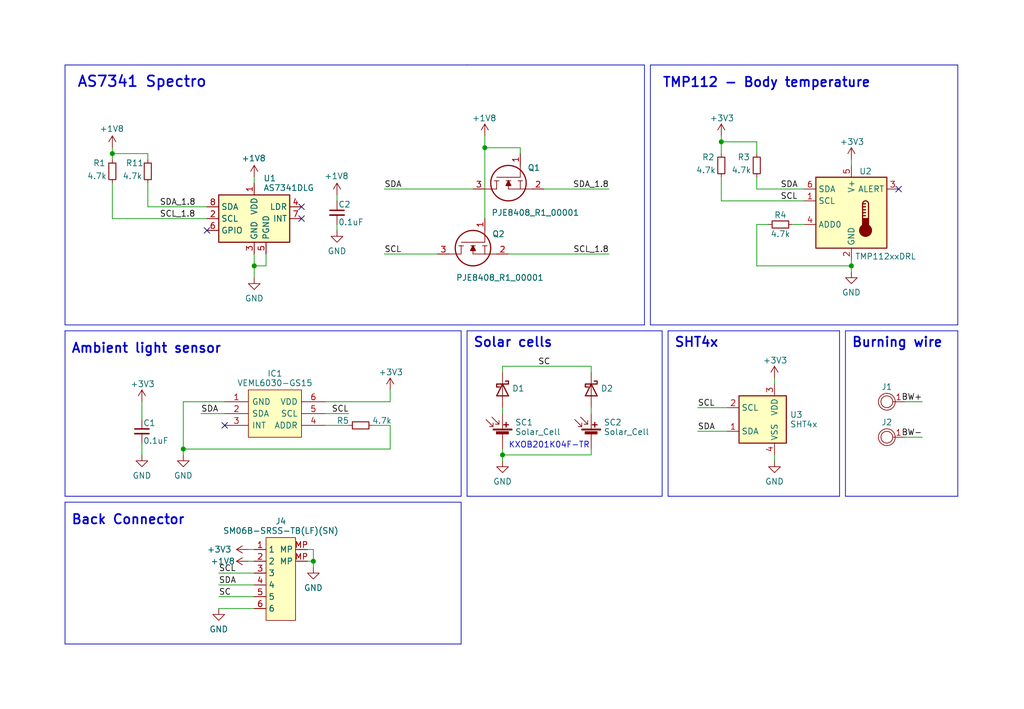
<source format=kicad_sch>
(kicad_sch (version 20230121) (generator eeschema)

  (uuid e63e39d7-6ac0-4ffd-8aa3-1841a4541b55)

  (paper "User" 219.989 152.4)

  (title_block
    (title "HexSense Svalbard SIDE module")
    (date "2023-05-30")
    (rev "v1")
    (company "MIT Media Lab")
    (comment 1 "Fangzheng Liu")
  )

  (lib_symbols
    (symbol "Device:C_Small" (pin_numbers hide) (pin_names (offset 0.254) hide) (in_bom yes) (on_board yes)
      (property "Reference" "C" (at 0.254 1.778 0)
        (effects (font (size 1.27 1.27)) (justify left))
      )
      (property "Value" "C_Small" (at 0.254 -2.032 0)
        (effects (font (size 1.27 1.27)) (justify left))
      )
      (property "Footprint" "" (at 0 0 0)
        (effects (font (size 1.27 1.27)) hide)
      )
      (property "Datasheet" "~" (at 0 0 0)
        (effects (font (size 1.27 1.27)) hide)
      )
      (property "ki_keywords" "capacitor cap" (at 0 0 0)
        (effects (font (size 1.27 1.27)) hide)
      )
      (property "ki_description" "Unpolarized capacitor, small symbol" (at 0 0 0)
        (effects (font (size 1.27 1.27)) hide)
      )
      (property "ki_fp_filters" "C_*" (at 0 0 0)
        (effects (font (size 1.27 1.27)) hide)
      )
      (symbol "C_Small_0_1"
        (polyline
          (pts
            (xy -1.524 -0.508)
            (xy 1.524 -0.508)
          )
          (stroke (width 0.3302) (type default))
          (fill (type none))
        )
        (polyline
          (pts
            (xy -1.524 0.508)
            (xy 1.524 0.508)
          )
          (stroke (width 0.3048) (type default))
          (fill (type none))
        )
      )
      (symbol "C_Small_1_1"
        (pin passive line (at 0 2.54 270) (length 2.032)
          (name "~" (effects (font (size 1.27 1.27))))
          (number "1" (effects (font (size 1.27 1.27))))
        )
        (pin passive line (at 0 -2.54 90) (length 2.032)
          (name "~" (effects (font (size 1.27 1.27))))
          (number "2" (effects (font (size 1.27 1.27))))
        )
      )
    )
    (symbol "Device:D_Schottky" (pin_numbers hide) (pin_names (offset 1.016) hide) (in_bom yes) (on_board yes)
      (property "Reference" "D" (at 0 2.54 0)
        (effects (font (size 1.27 1.27)))
      )
      (property "Value" "D_Schottky" (at 0 -2.54 0)
        (effects (font (size 1.27 1.27)))
      )
      (property "Footprint" "" (at 0 0 0)
        (effects (font (size 1.27 1.27)) hide)
      )
      (property "Datasheet" "~" (at 0 0 0)
        (effects (font (size 1.27 1.27)) hide)
      )
      (property "ki_keywords" "diode Schottky" (at 0 0 0)
        (effects (font (size 1.27 1.27)) hide)
      )
      (property "ki_description" "Schottky diode" (at 0 0 0)
        (effects (font (size 1.27 1.27)) hide)
      )
      (property "ki_fp_filters" "TO-???* *_Diode_* *SingleDiode* D_*" (at 0 0 0)
        (effects (font (size 1.27 1.27)) hide)
      )
      (symbol "D_Schottky_0_1"
        (polyline
          (pts
            (xy 1.27 0)
            (xy -1.27 0)
          )
          (stroke (width 0) (type default))
          (fill (type none))
        )
        (polyline
          (pts
            (xy 1.27 1.27)
            (xy 1.27 -1.27)
            (xy -1.27 0)
            (xy 1.27 1.27)
          )
          (stroke (width 0.254) (type default))
          (fill (type none))
        )
        (polyline
          (pts
            (xy -1.905 0.635)
            (xy -1.905 1.27)
            (xy -1.27 1.27)
            (xy -1.27 -1.27)
            (xy -0.635 -1.27)
            (xy -0.635 -0.635)
          )
          (stroke (width 0.254) (type default))
          (fill (type none))
        )
      )
      (symbol "D_Schottky_1_1"
        (pin passive line (at -3.81 0 0) (length 2.54)
          (name "K" (effects (font (size 1.27 1.27))))
          (number "1" (effects (font (size 1.27 1.27))))
        )
        (pin passive line (at 3.81 0 180) (length 2.54)
          (name "A" (effects (font (size 1.27 1.27))))
          (number "2" (effects (font (size 1.27 1.27))))
        )
      )
    )
    (symbol "Device:R_Small" (pin_numbers hide) (pin_names (offset 0.254) hide) (in_bom yes) (on_board yes)
      (property "Reference" "R" (at 0.762 0.508 0)
        (effects (font (size 1.27 1.27)) (justify left))
      )
      (property "Value" "R_Small" (at 0.762 -1.016 0)
        (effects (font (size 1.27 1.27)) (justify left))
      )
      (property "Footprint" "" (at 0 0 0)
        (effects (font (size 1.27 1.27)) hide)
      )
      (property "Datasheet" "~" (at 0 0 0)
        (effects (font (size 1.27 1.27)) hide)
      )
      (property "ki_keywords" "R resistor" (at 0 0 0)
        (effects (font (size 1.27 1.27)) hide)
      )
      (property "ki_description" "Resistor, small symbol" (at 0 0 0)
        (effects (font (size 1.27 1.27)) hide)
      )
      (property "ki_fp_filters" "R_*" (at 0 0 0)
        (effects (font (size 1.27 1.27)) hide)
      )
      (symbol "R_Small_0_1"
        (rectangle (start -0.762 1.778) (end 0.762 -1.778)
          (stroke (width 0.2032) (type default))
          (fill (type none))
        )
      )
      (symbol "R_Small_1_1"
        (pin passive line (at 0 2.54 270) (length 0.762)
          (name "~" (effects (font (size 1.27 1.27))))
          (number "1" (effects (font (size 1.27 1.27))))
        )
        (pin passive line (at 0 -2.54 90) (length 0.762)
          (name "~" (effects (font (size 1.27 1.27))))
          (number "2" (effects (font (size 1.27 1.27))))
        )
      )
    )
    (symbol "Device:Solar_Cell" (pin_numbers hide) (pin_names (offset 0) hide) (in_bom yes) (on_board yes)
      (property "Reference" "SC" (at 2.54 2.54 0)
        (effects (font (size 1.27 1.27)) (justify left))
      )
      (property "Value" "Solar_Cell" (at 2.54 0 0)
        (effects (font (size 1.27 1.27)) (justify left))
      )
      (property "Footprint" "" (at 0 1.524 90)
        (effects (font (size 1.27 1.27)) hide)
      )
      (property "Datasheet" "~" (at 0 1.524 90)
        (effects (font (size 1.27 1.27)) hide)
      )
      (property "ki_keywords" "solar cell" (at 0 0 0)
        (effects (font (size 1.27 1.27)) hide)
      )
      (property "ki_description" "Single solar cell" (at 0 0 0)
        (effects (font (size 1.27 1.27)) hide)
      )
      (symbol "Solar_Cell_0_1"
        (rectangle (start -2.032 1.778) (end 2.032 1.524)
          (stroke (width 0) (type default))
          (fill (type outline))
        )
        (rectangle (start -1.3208 1.1938) (end 1.27 0.6858)
          (stroke (width 0) (type default))
          (fill (type outline))
        )
        (polyline
          (pts
            (xy -2.032 2.286)
            (xy -3.556 3.81)
          )
          (stroke (width 0) (type default))
          (fill (type none))
        )
        (polyline
          (pts
            (xy -0.762 2.794)
            (xy -2.286 4.318)
          )
          (stroke (width 0) (type default))
          (fill (type none))
        )
        (polyline
          (pts
            (xy 0 0.762)
            (xy 0 0)
          )
          (stroke (width 0) (type default))
          (fill (type none))
        )
        (polyline
          (pts
            (xy 0 1.778)
            (xy 0 2.54)
          )
          (stroke (width 0) (type default))
          (fill (type none))
        )
        (polyline
          (pts
            (xy 0.254 2.667)
            (xy 1.27 2.667)
          )
          (stroke (width 0.254) (type default))
          (fill (type none))
        )
        (polyline
          (pts
            (xy 0.762 3.175)
            (xy 0.762 2.159)
          )
          (stroke (width 0.254) (type default))
          (fill (type none))
        )
        (polyline
          (pts
            (xy -2.032 3.048)
            (xy -2.032 2.286)
            (xy -2.794 2.286)
          )
          (stroke (width 0) (type default))
          (fill (type none))
        )
        (polyline
          (pts
            (xy -0.762 3.556)
            (xy -0.762 2.794)
            (xy -1.524 2.794)
          )
          (stroke (width 0) (type default))
          (fill (type none))
        )
      )
      (symbol "Solar_Cell_1_1"
        (pin passive line (at 0 5.08 270) (length 2.54)
          (name "+" (effects (font (size 1.27 1.27))))
          (number "1" (effects (font (size 1.27 1.27))))
        )
        (pin passive line (at 0 -2.54 90) (length 2.54)
          (name "-" (effects (font (size 1.27 1.27))))
          (number "2" (effects (font (size 1.27 1.27))))
        )
      )
    )
    (symbol "Mylib:1_PIN" (pin_names (offset 1.016)) (in_bom yes) (on_board yes)
      (property "Reference" "J" (at 0 0 0)
        (effects (font (size 1.27 1.27)))
      )
      (property "Value" "1_PIN" (at 0 0 0)
        (effects (font (size 1.27 1.27)))
      )
      (property "Footprint" "" (at 0 0 0)
        (effects (font (size 1.27 1.27)) hide)
      )
      (property "Datasheet" "" (at 0 0 0)
        (effects (font (size 1.27 1.27)) hide)
      )
      (symbol "1_PIN_0_1"
        (circle (center 2.54 -2.54) (radius 1.27)
          (stroke (width 0) (type default))
          (fill (type none))
        )
        (circle (center 2.54 -2.54) (radius 1.8034)
          (stroke (width 0) (type default))
          (fill (type none))
        )
      )
      (symbol "1_PIN_1_1"
        (pin bidirectional line (at -1.27 -2.54 0) (length 2.54)
          (name "~" (effects (font (size 1.27 1.27))))
          (number "1" (effects (font (size 1.27 1.27))))
        )
      )
    )
    (symbol "Mylib:BM06B-SURS-TF(LF)(SN)" (in_bom yes) (on_board yes)
      (property "Reference" "J" (at 0 6.35 0)
        (effects (font (size 1.27 1.27)))
      )
      (property "Value" "BM06B-SURS-TF(LF)(SN)" (at 0 3.81 0)
        (effects (font (size 1.27 1.27)))
      )
      (property "Footprint" "" (at 0 0 0)
        (effects (font (size 1.27 1.27)) hide)
      )
      (property "Datasheet" "" (at 0 0 0)
        (effects (font (size 1.27 1.27)) hide)
      )
      (symbol "BM06B-SURS-TF(LF)(SN)_0_1"
        (rectangle (start -2.54 2.54) (end 3.81 -15.24)
          (stroke (width 0.1524) (type default))
          (fill (type background))
        )
      )
      (symbol "BM06B-SURS-TF(LF)(SN)_1_1"
        (pin input line (at -5.08 0 0) (length 2.54)
          (name "1" (effects (font (size 1.27 1.27))))
          (number "1" (effects (font (size 1.27 1.27))))
        )
        (pin input line (at -5.08 -2.54 0) (length 2.54)
          (name "2" (effects (font (size 1.27 1.27))))
          (number "2" (effects (font (size 1.27 1.27))))
        )
        (pin input line (at -5.08 -5.08 0) (length 2.54)
          (name "3" (effects (font (size 1.27 1.27))))
          (number "3" (effects (font (size 1.27 1.27))))
        )
        (pin input line (at -5.08 -7.62 0) (length 2.54)
          (name "4" (effects (font (size 1.27 1.27))))
          (number "4" (effects (font (size 1.27 1.27))))
        )
        (pin input line (at -5.08 -10.16 0) (length 2.54)
          (name "5" (effects (font (size 1.27 1.27))))
          (number "5" (effects (font (size 1.27 1.27))))
        )
        (pin input line (at -5.08 -12.7 0) (length 2.54)
          (name "6" (effects (font (size 1.27 1.27))))
          (number "6" (effects (font (size 1.27 1.27))))
        )
        (pin input line (at 6.35 -2.54 180) (length 2.54)
          (name "MP" (effects (font (size 1.27 1.27))))
          (number "MP" (effects (font (size 1.27 1.27))))
        )
        (pin input line (at 6.35 0 180) (length 2.54)
          (name "MP" (effects (font (size 1.27 1.27))))
          (number "MP" (effects (font (size 1.27 1.27))))
        )
      )
    )
    (symbol "SamacSys_Parts:PJE8408_R1_00001" (pin_names (offset 0.762)) (in_bom yes) (on_board yes)
      (property "Reference" "Q" (at 11.43 3.81 0)
        (effects (font (size 1.27 1.27)) (justify left))
      )
      (property "Value" "PJE8408_R1_00001" (at 11.43 1.27 0)
        (effects (font (size 1.27 1.27)) (justify left))
      )
      (property "Footprint" "SOTFL50P160X60-3N" (at 11.43 -1.27 0)
        (effects (font (size 1.27 1.27)) (justify left) hide)
      )
      (property "Datasheet" "https://www.mouser.com/datasheet/2/1057/PJE8408-1875938.pdf" (at 11.43 -3.81 0)
        (effects (font (size 1.27 1.27)) (justify left) hide)
      )
      (property "Description" "MOSFET /E08/TR/7\"/HF/4K/SOT-523/MOS/SOT/NFET-20TBMN/NF20TB-QI08/PJ///" (at 11.43 -6.35 0)
        (effects (font (size 1.27 1.27)) (justify left) hide)
      )
      (property "Height" "0.6" (at 11.43 -8.89 0)
        (effects (font (size 1.27 1.27)) (justify left) hide)
      )
      (property "Manufacturer_Name" "PANJIT" (at 11.43 -11.43 0)
        (effects (font (size 1.27 1.27)) (justify left) hide)
      )
      (property "Manufacturer_Part_Number" "PJE8408_R1_00001" (at 11.43 -13.97 0)
        (effects (font (size 1.27 1.27)) (justify left) hide)
      )
      (property "Mouser Part Number" "241-PJE8408_R1_00001" (at 11.43 -16.51 0)
        (effects (font (size 1.27 1.27)) (justify left) hide)
      )
      (property "Mouser Price/Stock" "https://www.mouser.co.uk/ProductDetail/Panjit/PJE8408_R1_00001?qs=sPbYRqrBIVnQTsfdUZY95w%3D%3D" (at 11.43 -19.05 0)
        (effects (font (size 1.27 1.27)) (justify left) hide)
      )
      (property "Arrow Part Number" "" (at 11.43 -21.59 0)
        (effects (font (size 1.27 1.27)) (justify left) hide)
      )
      (property "Arrow Price/Stock" "" (at 11.43 -24.13 0)
        (effects (font (size 1.27 1.27)) (justify left) hide)
      )
      (property "ki_description" "MOSFET /E08/TR/7\"/HF/4K/SOT-523/MOS/SOT/NFET-20TBMN/NF20TB-QI08/PJ///" (at 0 0 0)
        (effects (font (size 1.27 1.27)) hide)
      )
      (symbol "PJE8408_R1_00001_0_0"
        (pin passive line (at 0 0 0) (length 2.54)
          (name "~" (effects (font (size 1.27 1.27))))
          (number "1" (effects (font (size 1.27 1.27))))
        )
        (pin passive line (at 7.62 -5.08 90) (length 2.54)
          (name "~" (effects (font (size 1.27 1.27))))
          (number "2" (effects (font (size 1.27 1.27))))
        )
        (pin passive line (at 7.62 10.16 270) (length 2.54)
          (name "~" (effects (font (size 1.27 1.27))))
          (number "3" (effects (font (size 1.27 1.27))))
        )
      )
      (symbol "PJE8408_R1_00001_0_1"
        (polyline
          (pts
            (xy 5.842 -0.508)
            (xy 5.842 0.508)
          )
          (stroke (width 0.1524) (type solid))
          (fill (type none))
        )
        (polyline
          (pts
            (xy 5.842 0)
            (xy 7.62 0)
          )
          (stroke (width 0.1524) (type solid))
          (fill (type none))
        )
        (polyline
          (pts
            (xy 5.842 2.032)
            (xy 5.842 3.048)
          )
          (stroke (width 0.1524) (type solid))
          (fill (type none))
        )
        (polyline
          (pts
            (xy 5.842 5.588)
            (xy 5.842 4.572)
          )
          (stroke (width 0.1524) (type solid))
          (fill (type none))
        )
        (polyline
          (pts
            (xy 7.62 2.54)
            (xy 5.842 2.54)
          )
          (stroke (width 0.1524) (type solid))
          (fill (type none))
        )
        (polyline
          (pts
            (xy 7.62 2.54)
            (xy 7.62 -2.54)
          )
          (stroke (width 0.1524) (type solid))
          (fill (type none))
        )
        (polyline
          (pts
            (xy 7.62 5.08)
            (xy 5.842 5.08)
          )
          (stroke (width 0.1524) (type solid))
          (fill (type none))
        )
        (polyline
          (pts
            (xy 7.62 5.08)
            (xy 7.62 7.62)
          )
          (stroke (width 0.1524) (type solid))
          (fill (type none))
        )
        (polyline
          (pts
            (xy 2.54 0)
            (xy 5.08 0)
            (xy 5.08 5.08)
          )
          (stroke (width 0.1524) (type solid))
          (fill (type none))
        )
        (polyline
          (pts
            (xy 5.842 2.54)
            (xy 6.858 3.048)
            (xy 6.858 2.032)
            (xy 5.842 2.54)
          )
          (stroke (width 0.254) (type solid))
          (fill (type outline))
        )
        (circle (center 6.35 2.54) (radius 3.81)
          (stroke (width 0.254) (type solid))
          (fill (type none))
        )
      )
    )
    (symbol "SamacSys_Parts:VEML6030-GS15" (pin_names (offset 0.762)) (in_bom yes) (on_board yes)
      (property "Reference" "IC1" (at 11.43 6.35 0)
        (effects (font (size 1.27 1.27)))
      )
      (property "Value" "VEML6030-GS15" (at 11.43 3.81 0)
        (effects (font (size 1.27 1.27)))
      )
      (property "Footprint" "VEML6030GS15" (at 30.48 6.35 0)
        (effects (font (size 1.27 1.27)) (justify left) hide)
      )
      (property "Datasheet" "https://www.vishay.com/docs/84366/veml6030.pdf" (at 30.48 3.81 0)
        (effects (font (size 1.27 1.27)) (justify left) hide)
      )
      (property "Description" "Ambient Light Sensors Opr 2.5-3.6V 0.005x Filtron O-Trim 16Bit" (at 30.48 1.27 0)
        (effects (font (size 1.27 1.27)) (justify left) hide)
      )
      (property "Height" "0.87" (at 30.48 -1.27 0)
        (effects (font (size 1.27 1.27)) (justify left) hide)
      )
      (property "Manufacturer_Name" "Vishay" (at 30.48 -3.81 0)
        (effects (font (size 1.27 1.27)) (justify left) hide)
      )
      (property "Manufacturer_Part_Number" "VEML6030-GS15" (at 30.48 -6.35 0)
        (effects (font (size 1.27 1.27)) (justify left) hide)
      )
      (property "Mouser Part Number" "78-VEML6030-GS15" (at 30.48 -8.89 0)
        (effects (font (size 1.27 1.27)) (justify left) hide)
      )
      (property "Mouser Price/Stock" "https://www.mouser.co.uk/ProductDetail/Vishay-Semiconductors/VEML6030-GS15?qs=oeTp6q%252Bm7GPFKA43nE0FoQ%3D%3D" (at 30.48 -11.43 0)
        (effects (font (size 1.27 1.27)) (justify left) hide)
      )
      (property "Arrow Part Number" "VEML6030-GS15" (at 30.48 -13.97 0)
        (effects (font (size 1.27 1.27)) (justify left) hide)
      )
      (property "Arrow Price/Stock" "https://www.arrow.com/en/products/veml6030-gs15/vishay?region=nac" (at 30.48 -16.51 0)
        (effects (font (size 1.27 1.27)) (justify left) hide)
      )
      (property "ki_description" "Ambient Light Sensors Opr 2.5-3.6V 0.005x Filtron O-Trim 16Bit" (at 0 0 0)
        (effects (font (size 1.27 1.27)) hide)
      )
      (symbol "VEML6030-GS15_0_0"
        (pin passive line (at 0 0 0) (length 5.08)
          (name "GND" (effects (font (size 1.27 1.27))))
          (number "1" (effects (font (size 1.27 1.27))))
        )
        (pin passive line (at 0 -2.54 0) (length 5.08)
          (name "SDA" (effects (font (size 1.27 1.27))))
          (number "2" (effects (font (size 1.27 1.27))))
        )
        (pin passive line (at 0 -5.08 0) (length 5.08)
          (name "INT" (effects (font (size 1.27 1.27))))
          (number "3" (effects (font (size 1.27 1.27))))
        )
        (pin passive line (at 21.59 -5.08 180) (length 5.08)
          (name "ADDR" (effects (font (size 1.27 1.27))))
          (number "4" (effects (font (size 1.27 1.27))))
        )
        (pin passive line (at 21.59 -2.54 180) (length 5.08)
          (name "SCL" (effects (font (size 1.27 1.27))))
          (number "5" (effects (font (size 1.27 1.27))))
        )
        (pin passive line (at 21.59 0 180) (length 5.08)
          (name "VDD" (effects (font (size 1.27 1.27))))
          (number "6" (effects (font (size 1.27 1.27))))
        )
      )
      (symbol "VEML6030-GS15_1_1"
        (polyline
          (pts
            (xy 5.08 2.54)
            (xy 16.51 2.54)
            (xy 16.51 -7.62)
            (xy 5.08 -7.62)
            (xy 5.08 2.54)
          )
          (stroke (width 0.1524) (type solid))
          (fill (type background))
        )
      )
    )
    (symbol "Sensor_Humidity:SHT4x" (in_bom yes) (on_board yes)
      (property "Reference" "U" (at 0 8.89 0)
        (effects (font (size 1.27 1.27)) (justify right))
      )
      (property "Value" "SHT4x" (at 0 6.35 0)
        (effects (font (size 1.27 1.27)) (justify right))
      )
      (property "Footprint" "Sensor_Humidity:Sensirion_DFN-4_1.5x1.5mm_P0.8mm_SHT4x_NoCentralPad" (at 3.81 -6.35 0)
        (effects (font (size 1.27 1.27)) (justify left) hide)
      )
      (property "Datasheet" "https://sensirion.com/media/documents/33FD6951/624C4357/Datasheet_SHT4x.pdf" (at 3.81 -8.89 0)
        (effects (font (size 1.27 1.27)) (justify left) hide)
      )
      (property "ki_keywords" "Sensirion environment environmental measurement digital SHT40 SHT41 SHT45" (at 0 0 0)
        (effects (font (size 1.27 1.27)) hide)
      )
      (property "ki_description" "Digital Humidity and Temperature Sensor, +/-1%RH, +/-0.1degC, I2C, 1.08-3.6V, 16bit, DFN-4" (at 0 0 0)
        (effects (font (size 1.27 1.27)) hide)
      )
      (property "ki_fp_filters" "Sensirion?DFN*1.5x1.5mm*P0.8mm*SHT4x*" (at 0 0 0)
        (effects (font (size 1.27 1.27)) hide)
      )
      (symbol "SHT4x_1_1"
        (rectangle (start -5.08 5.08) (end 5.08 -5.08)
          (stroke (width 0.254) (type default))
          (fill (type background))
        )
        (pin bidirectional line (at -7.62 -2.54 0) (length 2.54)
          (name "SDA" (effects (font (size 1.27 1.27))))
          (number "1" (effects (font (size 1.27 1.27))))
        )
        (pin input line (at -7.62 2.54 0) (length 2.54)
          (name "SCL" (effects (font (size 1.27 1.27))))
          (number "2" (effects (font (size 1.27 1.27))))
        )
        (pin power_in line (at 2.54 7.62 270) (length 2.54)
          (name "VDD" (effects (font (size 1.27 1.27))))
          (number "3" (effects (font (size 1.27 1.27))))
        )
        (pin power_in line (at 2.54 -7.62 90) (length 2.54)
          (name "VSS" (effects (font (size 1.27 1.27))))
          (number "4" (effects (font (size 1.27 1.27))))
        )
      )
    )
    (symbol "Sensor_Optical:AS7341DLG" (in_bom yes) (on_board yes)
      (property "Reference" "U" (at -2.54 8.255 0)
        (effects (font (size 1.27 1.27)) (justify right))
      )
      (property "Value" "AS7341DLG" (at -2.54 6.35 0)
        (effects (font (size 1.27 1.27)) (justify right))
      )
      (property "Footprint" "Package_LGA:AMS_OLGA-8_2x3.1mm_P0.8mm" (at 3.81 -6.35 0)
        (effects (font (size 1.27 1.27)) (justify left) hide)
      )
      (property "Datasheet" "https://ams.com/documents/20143/36005/AS7341_DS000504_3-00.pdf" (at 3.81 -8.89 0)
        (effects (font (size 1.27 1.27)) (justify left) hide)
      )
      (property "ki_keywords" "11-Channel Spectral i2c optical color" (at 0 0 0)
        (effects (font (size 1.27 1.27)) hide)
      )
      (property "ki_description" "11-Channel Multi-Spectral Digital Sensor, OLGA-8" (at 0 0 0)
        (effects (font (size 1.27 1.27)) hide)
      )
      (property "ki_fp_filters" "AMS*OLGA*2x3.1mm*P0.8mm*" (at 0 0 0)
        (effects (font (size 1.27 1.27)) hide)
      )
      (symbol "AS7341DLG_0_1"
        (rectangle (start -7.62 5.08) (end 7.62 -5.08)
          (stroke (width 0.254) (type default))
          (fill (type background))
        )
      )
      (symbol "AS7341DLG_1_1"
        (pin power_in line (at 0 7.62 270) (length 2.54)
          (name "VDD" (effects (font (size 1.27 1.27))))
          (number "1" (effects (font (size 1.27 1.27))))
        )
        (pin input line (at -10.16 0 0) (length 2.54)
          (name "SCL" (effects (font (size 1.27 1.27))))
          (number "2" (effects (font (size 1.27 1.27))))
        )
        (pin power_in line (at 0 -7.62 90) (length 2.54)
          (name "GND" (effects (font (size 1.27 1.27))))
          (number "3" (effects (font (size 1.27 1.27))))
        )
        (pin passive line (at 10.16 2.54 180) (length 2.54)
          (name "LDR" (effects (font (size 1.27 1.27))))
          (number "4" (effects (font (size 1.27 1.27))))
        )
        (pin power_in line (at 2.54 -7.62 90) (length 2.54)
          (name "PGND" (effects (font (size 1.27 1.27))))
          (number "5" (effects (font (size 1.27 1.27))))
        )
        (pin input line (at -10.16 -2.54 0) (length 2.54)
          (name "GPIO" (effects (font (size 1.27 1.27))))
          (number "6" (effects (font (size 1.27 1.27))))
        )
        (pin open_collector line (at 10.16 0 180) (length 2.54)
          (name "INT" (effects (font (size 1.27 1.27))))
          (number "7" (effects (font (size 1.27 1.27))))
        )
        (pin bidirectional line (at -10.16 2.54 0) (length 2.54)
          (name "SDA" (effects (font (size 1.27 1.27))))
          (number "8" (effects (font (size 1.27 1.27))))
        )
      )
    )
    (symbol "Sensor_Temperature:TMP112xxDRL" (in_bom yes) (on_board yes)
      (property "Reference" "U" (at -2.54 10.795 0)
        (effects (font (size 1.27 1.27)) (justify right))
      )
      (property "Value" "TMP112xxDRL" (at -2.54 8.89 0)
        (effects (font (size 1.27 1.27)) (justify right))
      )
      (property "Footprint" "Package_TO_SOT_SMD:SOT-563" (at 1.27 -8.89 0)
        (effects (font (size 1.27 1.27)) (justify left) hide)
      )
      (property "Datasheet" "https://www.ti.com/lit/ds/symlink/tmp112.pdf" (at 1.27 -11.43 0)
        (effects (font (size 1.27 1.27)) (justify left) hide)
      )
      (property "ki_keywords" "digital temperature sensor i2c smbus two-wire nist" (at 0 0 0)
        (effects (font (size 1.27 1.27)) hide)
      )
      (property "ki_description" "Digital Temperature Sensor with I2C/SMBus/Two-wire Interface, 12 bits, +/-1° C, one-shot conversion, alert, nist traceable, SOT-563" (at 0 0 0)
        (effects (font (size 1.27 1.27)) hide)
      )
      (property "ki_fp_filters" "SOT?563*" (at 0 0 0)
        (effects (font (size 1.27 1.27)) hide)
      )
      (symbol "TMP112xxDRL_0_1"
        (rectangle (start -7.62 7.62) (end 7.62 -7.62)
          (stroke (width 0.254) (type default))
          (fill (type background))
        )
      )
      (symbol "TMP112xxDRL_1_1"
        (polyline
          (pts
            (xy 2.413 -0.635)
            (xy 3.048 -0.635)
          )
          (stroke (width 0.254) (type default))
          (fill (type none))
        )
        (polyline
          (pts
            (xy 2.413 0)
            (xy 3.048 0)
          )
          (stroke (width 0.254) (type default))
          (fill (type none))
        )
        (polyline
          (pts
            (xy 2.413 0.635)
            (xy 3.048 0.635)
          )
          (stroke (width 0.254) (type default))
          (fill (type none))
        )
        (polyline
          (pts
            (xy 2.413 1.27)
            (xy 3.048 1.27)
          )
          (stroke (width 0.254) (type default))
          (fill (type none))
        )
        (polyline
          (pts
            (xy 2.413 1.905)
            (xy 2.413 -1.27)
          )
          (stroke (width 0.254) (type default))
          (fill (type none))
        )
        (polyline
          (pts
            (xy 2.413 1.905)
            (xy 3.048 1.905)
          )
          (stroke (width 0.254) (type default))
          (fill (type none))
        )
        (polyline
          (pts
            (xy 3.683 1.905)
            (xy 3.683 -1.27)
          )
          (stroke (width 0.254) (type default))
          (fill (type none))
        )
        (circle (center 3.048 -3.81) (radius 1.27)
          (stroke (width 0.254) (type default))
          (fill (type outline))
        )
        (rectangle (start 3.683 -3.175) (end 2.413 -1.27)
          (stroke (width 0.254) (type default))
          (fill (type outline))
        )
        (arc (start 3.683 1.905) (mid 3.048 2.5373) (end 2.413 1.905)
          (stroke (width 0.254) (type default))
          (fill (type none))
        )
        (pin input line (at -10.16 2.54 0) (length 2.54)
          (name "SCL" (effects (font (size 1.27 1.27))))
          (number "1" (effects (font (size 1.27 1.27))))
        )
        (pin power_in line (at 0 -10.16 90) (length 2.54)
          (name "GND" (effects (font (size 1.27 1.27))))
          (number "2" (effects (font (size 1.27 1.27))))
        )
        (pin open_collector line (at 10.16 5.08 180) (length 2.54)
          (name "ALERT" (effects (font (size 1.27 1.27))))
          (number "3" (effects (font (size 1.27 1.27))))
        )
        (pin input line (at -10.16 -2.54 0) (length 2.54)
          (name "ADD0" (effects (font (size 1.27 1.27))))
          (number "4" (effects (font (size 1.27 1.27))))
        )
        (pin power_in line (at 0 10.16 270) (length 2.54)
          (name "V+" (effects (font (size 1.27 1.27))))
          (number "5" (effects (font (size 1.27 1.27))))
        )
        (pin bidirectional line (at -10.16 5.08 0) (length 2.54)
          (name "SDA" (effects (font (size 1.27 1.27))))
          (number "6" (effects (font (size 1.27 1.27))))
        )
      )
    )
    (symbol "power:+1V8" (power) (pin_names (offset 0)) (in_bom yes) (on_board yes)
      (property "Reference" "#PWR" (at 0 -3.81 0)
        (effects (font (size 1.27 1.27)) hide)
      )
      (property "Value" "+1V8" (at 0 3.556 0)
        (effects (font (size 1.27 1.27)))
      )
      (property "Footprint" "" (at 0 0 0)
        (effects (font (size 1.27 1.27)) hide)
      )
      (property "Datasheet" "" (at 0 0 0)
        (effects (font (size 1.27 1.27)) hide)
      )
      (property "ki_keywords" "power-flag" (at 0 0 0)
        (effects (font (size 1.27 1.27)) hide)
      )
      (property "ki_description" "Power symbol creates a global label with name \"+1V8\"" (at 0 0 0)
        (effects (font (size 1.27 1.27)) hide)
      )
      (symbol "+1V8_0_1"
        (polyline
          (pts
            (xy -0.762 1.27)
            (xy 0 2.54)
          )
          (stroke (width 0) (type default))
          (fill (type none))
        )
        (polyline
          (pts
            (xy 0 0)
            (xy 0 2.54)
          )
          (stroke (width 0) (type default))
          (fill (type none))
        )
        (polyline
          (pts
            (xy 0 2.54)
            (xy 0.762 1.27)
          )
          (stroke (width 0) (type default))
          (fill (type none))
        )
      )
      (symbol "+1V8_1_1"
        (pin power_in line (at 0 0 90) (length 0) hide
          (name "+1V8" (effects (font (size 1.27 1.27))))
          (number "1" (effects (font (size 1.27 1.27))))
        )
      )
    )
    (symbol "power:+3.3V" (power) (pin_names (offset 0)) (in_bom yes) (on_board yes)
      (property "Reference" "#PWR" (at 0 -3.81 0)
        (effects (font (size 1.27 1.27)) hide)
      )
      (property "Value" "+3.3V" (at 0 3.556 0)
        (effects (font (size 1.27 1.27)))
      )
      (property "Footprint" "" (at 0 0 0)
        (effects (font (size 1.27 1.27)) hide)
      )
      (property "Datasheet" "" (at 0 0 0)
        (effects (font (size 1.27 1.27)) hide)
      )
      (property "ki_keywords" "power-flag" (at 0 0 0)
        (effects (font (size 1.27 1.27)) hide)
      )
      (property "ki_description" "Power symbol creates a global label with name \"+3.3V\"" (at 0 0 0)
        (effects (font (size 1.27 1.27)) hide)
      )
      (symbol "+3.3V_0_1"
        (polyline
          (pts
            (xy -0.762 1.27)
            (xy 0 2.54)
          )
          (stroke (width 0) (type default))
          (fill (type none))
        )
        (polyline
          (pts
            (xy 0 0)
            (xy 0 2.54)
          )
          (stroke (width 0) (type default))
          (fill (type none))
        )
        (polyline
          (pts
            (xy 0 2.54)
            (xy 0.762 1.27)
          )
          (stroke (width 0) (type default))
          (fill (type none))
        )
      )
      (symbol "+3.3V_1_1"
        (pin power_in line (at 0 0 90) (length 0) hide
          (name "+3V3" (effects (font (size 1.27 1.27))))
          (number "1" (effects (font (size 1.27 1.27))))
        )
      )
    )
    (symbol "power:GND" (power) (pin_names (offset 0)) (in_bom yes) (on_board yes)
      (property "Reference" "#PWR" (at 0 -6.35 0)
        (effects (font (size 1.27 1.27)) hide)
      )
      (property "Value" "GND" (at 0 -3.81 0)
        (effects (font (size 1.27 1.27)))
      )
      (property "Footprint" "" (at 0 0 0)
        (effects (font (size 1.27 1.27)) hide)
      )
      (property "Datasheet" "" (at 0 0 0)
        (effects (font (size 1.27 1.27)) hide)
      )
      (property "ki_keywords" "power-flag" (at 0 0 0)
        (effects (font (size 1.27 1.27)) hide)
      )
      (property "ki_description" "Power symbol creates a global label with name \"GND\" , ground" (at 0 0 0)
        (effects (font (size 1.27 1.27)) hide)
      )
      (symbol "GND_0_1"
        (polyline
          (pts
            (xy 0 0)
            (xy 0 -1.27)
            (xy 1.27 -1.27)
            (xy 0 -2.54)
            (xy -1.27 -1.27)
            (xy 0 -1.27)
          )
          (stroke (width 0) (type default))
          (fill (type none))
        )
      )
      (symbol "GND_1_1"
        (pin power_in line (at 0 0 270) (length 0) hide
          (name "GND" (effects (font (size 1.27 1.27))))
          (number "1" (effects (font (size 1.27 1.27))))
        )
      )
    )
  )

  (junction (at 39.37 96.52) (diameter 0) (color 0 0 0 0)
    (uuid 13d215d2-0299-4fa0-8cb7-781c9fb3badc)
  )
  (junction (at 182.88 57.15) (diameter 0) (color 0 0 0 0)
    (uuid 14ffdb79-40e3-436c-a892-50bfc460e84b)
  )
  (junction (at 107.95 97.79) (diameter 0) (color 0 0 0 0)
    (uuid 29cbd0df-1a8d-443e-9fd1-83064067107d)
  )
  (junction (at 154.94 30.48) (diameter 0) (color 0 0 0 0)
    (uuid 8a26ba66-a9d4-486e-9ef3-ba615073f2ad)
  )
  (junction (at 54.61 57.15) (diameter 0) (color 0 0 0 0)
    (uuid cb7f0577-6570-4ad9-9a98-f5d5e00b9858)
  )
  (junction (at 67.31 120.65) (diameter 0) (color 0 0 0 0)
    (uuid d4d73fed-abc8-4afc-a47d-5a16600b892e)
  )
  (junction (at 24.13 33.02) (diameter 0) (color 0 0 0 0)
    (uuid e39122f5-84cf-4a8e-9b0a-ef38d29d4092)
  )
  (junction (at 104.14 31.75) (diameter 0) (color 0 0 0 0)
    (uuid e5ea047f-d07e-487f-805a-8fb9ed5ad8ed)
  )

  (no_connect (at 64.77 44.45) (uuid 4f01a9bf-b928-4b1d-95d1-496107f89e54))
  (no_connect (at 64.77 46.99) (uuid 4fe54f8a-5e7b-4fa8-8f33-46987acf96bc))
  (no_connect (at 48.26 91.44) (uuid 50009a85-cc34-4a87-aa1c-026aa4936759))
  (no_connect (at 44.45 49.53) (uuid ee409f35-043f-4042-b9fe-365ab1529d44))
  (no_connect (at 193.04 40.64) (uuid f1761579-1fdf-4fed-85b4-a9937e79b026))

  (wire (pts (xy 162.56 48.26) (xy 162.56 57.15))
    (stroke (width 0) (type default))
    (uuid 01fad676-fb04-4721-8332-44623f5e5430)
  )
  (wire (pts (xy 24.13 31.75) (xy 24.13 33.02))
    (stroke (width 0) (type default))
    (uuid 02c73b13-5fb7-481f-9269-48493bf701aa)
  )
  (polyline (pts (xy 13.97 107.95) (xy 99.06 107.95))
    (stroke (width 0) (type default))
    (uuid 057e2d98-c86c-4891-b9c4-52609d873ad0)
  )
  (polyline (pts (xy 99.06 107.95) (xy 99.06 138.43))
    (stroke (width 0) (type default))
    (uuid 073406d2-48bd-487d-9848-c6660dfbc679)
  )

  (wire (pts (xy 54.61 38.1) (xy 54.61 39.37))
    (stroke (width 0) (type default))
    (uuid 0cdbaf67-a09a-4361-b901-4a1e75250d89)
  )
  (wire (pts (xy 111.76 33.02) (xy 111.76 31.75))
    (stroke (width 0) (type default))
    (uuid 0d08e9d0-4556-4801-89b8-4c98913ef447)
  )
  (wire (pts (xy 182.88 34.29) (xy 182.88 35.56))
    (stroke (width 0) (type default))
    (uuid 0ed4622a-5d2f-4e96-87fb-d58784a66360)
  )
  (wire (pts (xy 127 97.79) (xy 127 96.52))
    (stroke (width 0) (type default))
    (uuid 0efec45a-6c5b-4d38-a218-673d2e5ae0aa)
  )
  (wire (pts (xy 83.82 96.52) (xy 39.37 96.52))
    (stroke (width 0) (type default))
    (uuid 14e5ab1e-38eb-483c-8226-a02e675d289a)
  )
  (wire (pts (xy 54.61 57.15) (xy 54.61 59.69))
    (stroke (width 0) (type default))
    (uuid 159018e8-1bc9-4fd0-8041-7d89905793e4)
  )
  (wire (pts (xy 107.95 78.74) (xy 127 78.74))
    (stroke (width 0) (type default))
    (uuid 181dfd1d-a898-48a9-a89e-6d46150f9835)
  )
  (polyline (pts (xy 181.61 71.12) (xy 205.74 71.12))
    (stroke (width 0) (type default))
    (uuid 2017b8b7-6ab1-4df4-8562-c538cd63e3fd)
  )

  (wire (pts (xy 107.95 97.79) (xy 107.95 99.06))
    (stroke (width 0) (type default))
    (uuid 227c1fe0-6942-4974-9544-fdd913cdc3ed)
  )
  (polyline (pts (xy 13.97 138.43) (xy 13.97 107.95))
    (stroke (width 0) (type default))
    (uuid 22b08116-5afc-4998-bb8e-357457ea1721)
  )

  (wire (pts (xy 107.95 97.79) (xy 127 97.79))
    (stroke (width 0) (type default))
    (uuid 263e3ff2-1272-4e76-b2f2-6de3e486e748)
  )
  (wire (pts (xy 162.56 38.1) (xy 162.56 40.64))
    (stroke (width 0) (type default))
    (uuid 26c306de-d209-4a41-84a0-82acf87adbb1)
  )
  (wire (pts (xy 104.14 31.75) (xy 104.14 46.99))
    (stroke (width 0) (type default))
    (uuid 2c21ffce-e1bd-4a10-94ae-767f1f4ac6e5)
  )
  (wire (pts (xy 127 87.63) (xy 127 88.9))
    (stroke (width 0) (type default))
    (uuid 2caeed9a-3cd1-4c3b-b4af-d49de3d46384)
  )
  (wire (pts (xy 82.55 54.61) (xy 93.98 54.61))
    (stroke (width 0) (type default))
    (uuid 2e5a5a4a-1aa6-42e7-8b51-dd0ed18e42af)
  )
  (wire (pts (xy 83.82 86.36) (xy 83.82 83.82))
    (stroke (width 0) (type default))
    (uuid 33f4a193-76f8-41c4-bae4-5d1f7997cdd0)
  )
  (wire (pts (xy 194.31 93.98) (xy 198.12 93.98))
    (stroke (width 0) (type default))
    (uuid 39412416-a06d-481e-b391-243be94e476b)
  )
  (polyline (pts (xy 180.34 106.68) (xy 143.51 106.68))
    (stroke (width 0) (type default))
    (uuid 3d4abe06-8c83-48e5-912e-f819a7592a5e)
  )

  (wire (pts (xy 66.04 118.11) (xy 67.31 118.11))
    (stroke (width 0) (type default))
    (uuid 41c619a1-18bb-4c9a-a12d-80ba3140de15)
  )
  (wire (pts (xy 31.75 39.37) (xy 31.75 44.45))
    (stroke (width 0) (type default))
    (uuid 422f0bb7-cbba-4564-8350-08393635e0eb)
  )
  (polyline (pts (xy 138.43 69.85) (xy 100.33 69.85))
    (stroke (width 0) (type default))
    (uuid 423bd441-0413-4fa5-be2d-df4b9bc4b1fa)
  )

  (wire (pts (xy 24.13 33.02) (xy 31.75 33.02))
    (stroke (width 0) (type default))
    (uuid 43e866eb-92d4-4599-bd6f-3198d0177393)
  )
  (wire (pts (xy 57.15 57.15) (xy 57.15 54.61))
    (stroke (width 0) (type default))
    (uuid 458036cf-56c5-4c61-9ece-9a18a04c746c)
  )
  (wire (pts (xy 149.86 92.71) (xy 156.21 92.71))
    (stroke (width 0) (type default))
    (uuid 48cce9f9-74cb-4bf0-90f3-c2acea506d9c)
  )
  (wire (pts (xy 154.94 30.48) (xy 154.94 33.02))
    (stroke (width 0) (type default))
    (uuid 4f22af53-9e7a-4752-a383-c53128bf1045)
  )
  (polyline (pts (xy 180.34 71.12) (xy 180.34 106.68))
    (stroke (width 0) (type default))
    (uuid 501e3c56-a88c-459e-af31-b58b37c81048)
  )

  (wire (pts (xy 39.37 97.79) (xy 39.37 96.52))
    (stroke (width 0) (type default))
    (uuid 5180d0d4-2bdb-463d-8d2b-2dd2ad017daf)
  )
  (wire (pts (xy 107.95 78.74) (xy 107.95 80.01))
    (stroke (width 0) (type default))
    (uuid 539a7b62-e068-4ddf-9f7d-f03019e8f2c4)
  )
  (wire (pts (xy 54.61 57.15) (xy 57.15 57.15))
    (stroke (width 0) (type default))
    (uuid 53c45ef5-9af1-4c62-ab3f-be3b739abc79)
  )
  (wire (pts (xy 170.18 48.26) (xy 172.72 48.26))
    (stroke (width 0) (type default))
    (uuid 5794566b-d71e-41be-8894-5d8f77610813)
  )
  (wire (pts (xy 127 78.74) (xy 127 80.01))
    (stroke (width 0) (type default))
    (uuid 59d85d9f-b61a-44d4-88b7-c87e90be903b)
  )
  (wire (pts (xy 82.55 40.64) (xy 101.6 40.64))
    (stroke (width 0) (type default))
    (uuid 5b0f1d80-3c53-4726-ba8d-ffaf03d43e98)
  )
  (wire (pts (xy 162.56 30.48) (xy 162.56 33.02))
    (stroke (width 0) (type default))
    (uuid 5ec7abbb-a3cb-4b11-882e-1d5fd72e56c7)
  )
  (polyline (pts (xy 13.97 13.97) (xy 100.33 13.97))
    (stroke (width 0) (type default))
    (uuid 5fada503-749c-4ab1-b15f-4f7e43d6c0e6)
  )
  (polyline (pts (xy 99.06 71.12) (xy 99.06 106.68))
    (stroke (width 0) (type default))
    (uuid 6321eb12-ce2b-48f2-a8f5-962a8217cb6a)
  )

  (wire (pts (xy 104.14 31.75) (xy 111.76 31.75))
    (stroke (width 0) (type default))
    (uuid 688d3139-9b8b-4346-bcd0-c51e5817b14c)
  )
  (polyline (pts (xy 205.74 106.68) (xy 181.61 106.68))
    (stroke (width 0) (type default))
    (uuid 688de66d-a453-40de-b04d-a920f55701ea)
  )

  (wire (pts (xy 182.88 58.42) (xy 182.88 57.15))
    (stroke (width 0) (type default))
    (uuid 6f45df1d-f31c-4528-adf9-cdb80fcf3c70)
  )
  (wire (pts (xy 72.39 41.91) (xy 72.39 43.18))
    (stroke (width 0) (type default))
    (uuid 6f971d5e-bd41-4900-b5a3-cdafe4eacf7f)
  )
  (wire (pts (xy 39.37 86.36) (xy 48.26 86.36))
    (stroke (width 0) (type default))
    (uuid 70081cfb-5724-4f01-805b-367769063c9e)
  )
  (wire (pts (xy 39.37 96.52) (xy 39.37 86.36))
    (stroke (width 0) (type default))
    (uuid 731f2e19-ad16-481f-aa77-c1cc1643e211)
  )
  (polyline (pts (xy 13.97 13.97) (xy 13.97 69.85))
    (stroke (width 0) (type default))
    (uuid 739f3cb7-0919-467c-97ae-3e7d0f3a1905)
  )

  (wire (pts (xy 24.13 33.02) (xy 24.13 34.29))
    (stroke (width 0) (type default))
    (uuid 76ad7776-0765-47c5-98a7-09b292e02912)
  )
  (wire (pts (xy 69.85 86.36) (xy 83.82 86.36))
    (stroke (width 0) (type default))
    (uuid 78942938-b11c-4f7f-8701-c52aa5d01aed)
  )
  (polyline (pts (xy 139.7 69.85) (xy 205.74 69.85))
    (stroke (width 0) (type default))
    (uuid 79d68bee-cf84-4a60-84a0-8eb030e41519)
  )

  (wire (pts (xy 30.48 86.36) (xy 30.48 90.17))
    (stroke (width 0) (type default))
    (uuid 7ddba7bb-31fa-4466-a296-c95778d315fa)
  )
  (polyline (pts (xy 181.61 71.12) (xy 181.61 106.68))
    (stroke (width 0) (type default))
    (uuid 7ed8c1e4-8c5e-40c7-bd17-217b24f43be8)
  )
  (polyline (pts (xy 99.06 106.68) (xy 13.97 106.68))
    (stroke (width 0) (type default))
    (uuid 827a8cd9-cded-4a89-a97c-499d6459d9e6)
  )

  (wire (pts (xy 46.99 125.73) (xy 54.61 125.73))
    (stroke (width 0) (type default))
    (uuid 82aa0d52-47c7-4ae4-bec7-8df2ccf30c4b)
  )
  (polyline (pts (xy 139.7 13.97) (xy 139.7 69.85))
    (stroke (width 0) (type default))
    (uuid 8371bfa4-1c9c-46e9-9089-2378293c9325)
  )
  (polyline (pts (xy 100.33 71.12) (xy 100.33 106.68))
    (stroke (width 0) (type default))
    (uuid 8594c74d-a8bc-4ede-92a1-c0fde97cce16)
  )
  (polyline (pts (xy 13.97 69.85) (xy 100.33 69.85))
    (stroke (width 0) (type default))
    (uuid 8733c8ae-b75a-4fd8-b8f6-8d937e936df7)
  )
  (polyline (pts (xy 142.24 71.12) (xy 100.33 71.12))
    (stroke (width 0) (type default))
    (uuid 87f39b9b-261c-4ae7-9cea-746524b8148b)
  )

  (wire (pts (xy 194.31 86.36) (xy 198.12 86.36))
    (stroke (width 0) (type default))
    (uuid 891b768b-862d-4e70-be26-d794afd8adf2)
  )
  (wire (pts (xy 109.22 54.61) (xy 130.81 54.61))
    (stroke (width 0) (type default))
    (uuid 8bf3a36c-7e62-4791-a37d-2b04d9bf8f86)
  )
  (wire (pts (xy 53.34 118.11) (xy 54.61 118.11))
    (stroke (width 0) (type default))
    (uuid 91205db7-a9a3-4509-baad-e2abaf871ac7)
  )
  (wire (pts (xy 67.31 120.65) (xy 67.31 121.92))
    (stroke (width 0) (type default))
    (uuid 92ca0e7d-7dc6-4b02-a2f1-f2d7dadac99d)
  )
  (wire (pts (xy 116.84 40.64) (xy 130.81 40.64))
    (stroke (width 0) (type default))
    (uuid 94b2388e-25bb-4cfa-826b-7d3d8fdbe939)
  )
  (polyline (pts (xy 138.43 13.97) (xy 138.43 69.85))
    (stroke (width 0) (type default))
    (uuid 96240854-b07e-4d5e-90a0-b1875aa080b9)
  )

  (wire (pts (xy 154.94 30.48) (xy 162.56 30.48))
    (stroke (width 0) (type default))
    (uuid 96c325a8-dabd-4991-aaae-a45e4d7cbc95)
  )
  (polyline (pts (xy 99.06 138.43) (xy 13.97 138.43))
    (stroke (width 0) (type default))
    (uuid 972e25b4-83c2-4b04-971c-eb758075827b)
  )

  (wire (pts (xy 182.88 55.88) (xy 182.88 57.15))
    (stroke (width 0) (type default))
    (uuid 9a9ae7de-b68d-4623-9ac3-6efb9949913c)
  )
  (wire (pts (xy 162.56 57.15) (xy 182.88 57.15))
    (stroke (width 0) (type default))
    (uuid a29db7a4-2632-4ec6-9959-93462d140426)
  )
  (wire (pts (xy 31.75 44.45) (xy 44.45 44.45))
    (stroke (width 0) (type default))
    (uuid a4271f89-4cc4-42db-82dc-6c8b604ddd6c)
  )
  (wire (pts (xy 69.85 88.9) (xy 74.93 88.9))
    (stroke (width 0) (type default))
    (uuid a62357d7-583e-4a53-90a5-2221ebf092c3)
  )
  (wire (pts (xy 54.61 54.61) (xy 54.61 57.15))
    (stroke (width 0) (type default))
    (uuid a881882a-1ca2-49ab-b763-1752e204a634)
  )
  (wire (pts (xy 31.75 33.02) (xy 31.75 34.29))
    (stroke (width 0) (type default))
    (uuid abd4219d-99dc-4e58-b854-1bfeff75ea78)
  )
  (wire (pts (xy 166.37 81.28) (xy 166.37 82.55))
    (stroke (width 0) (type default))
    (uuid aeadea9b-bbc7-46f6-9097-363c68fc5e98)
  )
  (polyline (pts (xy 13.97 71.12) (xy 99.06 71.12))
    (stroke (width 0) (type default))
    (uuid afd66e8f-c6a7-4969-9172-ec743471a193)
  )

  (wire (pts (xy 43.18 88.9) (xy 48.26 88.9))
    (stroke (width 0) (type default))
    (uuid b51f6b47-08f1-41e2-8ac7-1b736545c984)
  )
  (wire (pts (xy 46.99 128.27) (xy 54.61 128.27))
    (stroke (width 0) (type default))
    (uuid b56a95e7-9fe3-4b77-8873-34a7a81eba79)
  )
  (wire (pts (xy 30.48 95.25) (xy 30.48 97.79))
    (stroke (width 0) (type default))
    (uuid b6257b44-d4b2-4711-b229-70c1dca4914f)
  )
  (wire (pts (xy 46.99 130.81) (xy 54.61 130.81))
    (stroke (width 0) (type default))
    (uuid b6bce885-9947-489e-adc1-1884da8bdac2)
  )
  (polyline (pts (xy 205.74 71.12) (xy 205.74 106.68))
    (stroke (width 0) (type default))
    (uuid ba4305f2-8b7c-428b-b7c9-a950afe81ca0)
  )

  (wire (pts (xy 107.95 87.63) (xy 107.95 88.9))
    (stroke (width 0) (type default))
    (uuid bba5a95a-8cbd-48f6-bcd6-d29077365e12)
  )
  (wire (pts (xy 162.56 40.64) (xy 172.72 40.64))
    (stroke (width 0) (type default))
    (uuid bd3a61ed-05ae-43b5-9241-5118288e9cb4)
  )
  (polyline (pts (xy 205.74 13.97) (xy 139.7 13.97))
    (stroke (width 0) (type default))
    (uuid bf72f9e5-1ea8-4768-8dd2-6a1360f38ea4)
  )

  (wire (pts (xy 66.04 120.65) (xy 67.31 120.65))
    (stroke (width 0) (type default))
    (uuid bfd74b82-1d70-4360-9ec1-6c09a0e3349f)
  )
  (wire (pts (xy 83.82 91.44) (xy 83.82 96.52))
    (stroke (width 0) (type default))
    (uuid bff9f17d-117c-4bd0-a77b-9a3889bd2c88)
  )
  (wire (pts (xy 46.99 123.19) (xy 54.61 123.19))
    (stroke (width 0) (type default))
    (uuid c115e7db-5c9b-4aa3-9e0e-4f39610f2a8a)
  )
  (polyline (pts (xy 100.33 106.68) (xy 142.24 106.68))
    (stroke (width 0) (type default))
    (uuid ca1b926e-f840-445a-8806-20977ba1bac8)
  )

  (wire (pts (xy 24.13 39.37) (xy 24.13 46.99))
    (stroke (width 0) (type default))
    (uuid cb8d48fc-d40e-4161-ab4c-1190c7576804)
  )
  (polyline (pts (xy 100.33 13.97) (xy 138.43 13.97))
    (stroke (width 0) (type default))
    (uuid cd72a08f-fc0a-4053-9be3-07e02c0d7c75)
  )

  (wire (pts (xy 107.95 96.52) (xy 107.95 97.79))
    (stroke (width 0) (type default))
    (uuid cdc7397e-5e07-4a61-bda1-23eac82ffc54)
  )
  (polyline (pts (xy 143.51 71.12) (xy 180.34 71.12))
    (stroke (width 0) (type default))
    (uuid d1f23119-f1a0-40d8-8fd1-640aa48e3744)
  )
  (polyline (pts (xy 205.74 69.85) (xy 205.74 13.97))
    (stroke (width 0) (type default))
    (uuid d2190d11-a30e-460b-8a91-8e0653390ba7)
  )

  (wire (pts (xy 104.14 29.21) (xy 104.14 31.75))
    (stroke (width 0) (type default))
    (uuid d2a87a68-0d96-49dd-b297-13e71b118de3)
  )
  (wire (pts (xy 24.13 46.99) (xy 44.45 46.99))
    (stroke (width 0) (type default))
    (uuid d4e93227-7f99-4137-8bd4-c50ceaf6d3e7)
  )
  (wire (pts (xy 154.94 43.18) (xy 172.72 43.18))
    (stroke (width 0) (type default))
    (uuid d6cb7769-97b9-4392-96e3-b6a73c29d907)
  )
  (polyline (pts (xy 13.97 71.12) (xy 13.97 106.68))
    (stroke (width 0) (type default))
    (uuid d786a987-7fef-4c9e-8a16-d25ef9465a5e)
  )

  (wire (pts (xy 72.39 48.26) (xy 72.39 49.53))
    (stroke (width 0) (type default))
    (uuid d94e1162-a671-4201-9950-8a659eb3fca5)
  )
  (wire (pts (xy 53.34 120.65) (xy 54.61 120.65))
    (stroke (width 0) (type default))
    (uuid db6820d2-0363-4e4a-a0ae-94c50b874589)
  )
  (wire (pts (xy 166.37 97.79) (xy 166.37 99.06))
    (stroke (width 0) (type default))
    (uuid def39e9b-418d-4268-bc91-639da0f5e27a)
  )
  (wire (pts (xy 67.31 118.11) (xy 67.31 120.65))
    (stroke (width 0) (type default))
    (uuid df4c390e-08ec-4cd2-ad9f-24655ea9294f)
  )
  (wire (pts (xy 154.94 29.21) (xy 154.94 30.48))
    (stroke (width 0) (type default))
    (uuid e0616652-931d-427b-b743-5fefe87eed78)
  )
  (wire (pts (xy 149.86 87.63) (xy 156.21 87.63))
    (stroke (width 0) (type default))
    (uuid e41742a0-20a6-4057-b329-6e87e91f9ac8)
  )
  (wire (pts (xy 69.85 91.44) (xy 74.93 91.44))
    (stroke (width 0) (type default))
    (uuid e6766c02-7195-43ce-baff-94a3a936c6fa)
  )
  (wire (pts (xy 165.1 48.26) (xy 162.56 48.26))
    (stroke (width 0) (type default))
    (uuid f1b1868a-a928-4d73-a444-0ef4625b84ea)
  )
  (wire (pts (xy 154.94 38.1) (xy 154.94 43.18))
    (stroke (width 0) (type default))
    (uuid f75d5dd5-8317-4d13-aa38-08e61e88e967)
  )
  (polyline (pts (xy 143.51 71.12) (xy 143.51 106.68))
    (stroke (width 0) (type default))
    (uuid f8fe645d-d838-4bf9-a3a4-053b82fa1825)
  )
  (polyline (pts (xy 142.24 106.68) (xy 142.24 71.12))
    (stroke (width 0) (type default))
    (uuid fa89a9ec-136d-4a57-af81-a4d94e8868fb)
  )

  (wire (pts (xy 80.01 91.44) (xy 83.82 91.44))
    (stroke (width 0) (type default))
    (uuid fd362f5b-cc45-4132-8884-44baffb90384)
  )

  (text "Burning wire" (at 182.88 74.93 0)
    (effects (font (size 2.032 2.032) (thickness 0.3556) bold) (justify left bottom))
    (uuid 17a7a170-7326-4aba-9aef-7fda98913b81)
  )
  (text "Back Connector" (at 15.24 113.03 0)
    (effects (font (size 2.032 2.032) (thickness 0.3556) bold) (justify left bottom))
    (uuid 37f8578b-fd20-41c9-8c10-6fe7f2970dbf)
  )
  (text "TMP112 - Body temperature" (at 142.24 19.05 0)
    (effects (font (size 2.032 2.032) (thickness 0.3556) bold) (justify left bottom))
    (uuid 423dbfe1-3382-4f89-a0e9-4f03fe4cf9d3)
  )
  (text "KXOB201K04F-TR" (at 109.22 96.52 0)
    (effects (font (size 1.27 1.27)) (justify left bottom))
    (uuid 464062f7-5f53-4b11-ae67-f6c769e86e3b)
  )
  (text "Solar cells" (at 101.6 74.93 0)
    (effects (font (size 2.032 2.032) (thickness 0.3556) bold) (justify left bottom))
    (uuid 5ba59e36-3a12-49f2-9e51-06bf26bf8852)
  )
  (text "SHT4x" (at 144.78 74.93 0)
    (effects (font (size 2.032 2.032) (thickness 0.3556) bold) (justify left bottom))
    (uuid 8aa2fccb-ee9a-488f-9087-3e30758112d2)
  )
  (text "AS7341 Spectro" (at 16.51 19.05 0)
    (effects (font (size 2.286 2.286) (thickness 0.3556) bold) (justify left bottom))
    (uuid c147e8af-96f3-4fd2-9bb9-1b4816490efc)
  )
  (text "Ambient light sensor" (at 15.24 76.2 0)
    (effects (font (size 2.032 2.032) (thickness 0.3556) bold) (justify left bottom))
    (uuid ffb063d4-4153-4087-bbcc-589dbfbfe6ac)
  )

  (label "SDA" (at 43.18 88.9 0) (fields_autoplaced)
    (effects (font (size 1.27 1.27)) (justify left bottom))
    (uuid 01d518c5-f408-42cc-8e57-ff8549ecc8a9)
  )
  (label "SCL" (at 74.93 88.9 180) (fields_autoplaced)
    (effects (font (size 1.27 1.27)) (justify right bottom))
    (uuid 1ccaec91-9eb3-427f-af19-277aed774e4f)
  )
  (label "SCL" (at 46.99 123.19 0) (fields_autoplaced)
    (effects (font (size 1.27 1.27)) (justify left bottom))
    (uuid 2b9330d7-ed83-45f7-b5e4-28c378e67b9a)
  )
  (label "SC" (at 115.57 78.74 0) (fields_autoplaced)
    (effects (font (size 1.27 1.27)) (justify left bottom))
    (uuid 30543453-e2dd-488b-9101-2abbf1eae10d)
  )
  (label "SDA_1.8" (at 34.29 44.45 0) (fields_autoplaced)
    (effects (font (size 1.27 1.27)) (justify left bottom))
    (uuid 3597e7cd-46f0-4b9c-910e-c4f263c1755c)
  )
  (label "SDA" (at 167.64 40.64 0) (fields_autoplaced)
    (effects (font (size 1.27 1.27)) (justify left bottom))
    (uuid 3ab48e8e-912f-4569-88cb-4e15f797c9cb)
  )
  (label "SDA" (at 149.86 92.71 0) (fields_autoplaced)
    (effects (font (size 1.27 1.27)) (justify left bottom))
    (uuid 6bedfe04-794b-4ed4-802b-a102e4db15c9)
  )
  (label "SDA_1.8" (at 130.81 40.64 180) (fields_autoplaced)
    (effects (font (size 1.27 1.27)) (justify right bottom))
    (uuid 76205d62-811d-4fb8-9ce8-6a1f6ec67b3a)
  )
  (label "SDA" (at 46.99 125.73 0) (fields_autoplaced)
    (effects (font (size 1.27 1.27)) (justify left bottom))
    (uuid 77cd4186-01c1-4e3c-8f2b-cab455ac196c)
  )
  (label "SCL_1.8" (at 34.29 46.99 0) (fields_autoplaced)
    (effects (font (size 1.27 1.27)) (justify left bottom))
    (uuid 98311457-c7ff-41be-b488-dcb0d13bbb1a)
  )
  (label "SCL" (at 82.55 54.61 0) (fields_autoplaced)
    (effects (font (size 1.27 1.27)) (justify left bottom))
    (uuid a7c4ec26-86a4-474d-9cf4-d781b7992e46)
  )
  (label "SC" (at 46.99 128.27 0) (fields_autoplaced)
    (effects (font (size 1.27 1.27)) (justify left bottom))
    (uuid ab412095-3ebd-45d0-a194-3654171934ee)
  )
  (label "BW+" (at 198.12 86.36 180) (fields_autoplaced)
    (effects (font (size 1.27 1.27)) (justify right bottom))
    (uuid acb302fa-c871-4c03-bff4-c1f06675de23)
  )
  (label "SCL" (at 149.86 87.63 0) (fields_autoplaced)
    (effects (font (size 1.27 1.27)) (justify left bottom))
    (uuid bc512937-a3a3-4991-b709-0448d4b89eb1)
  )
  (label "BW-" (at 198.12 93.98 180) (fields_autoplaced)
    (effects (font (size 1.27 1.27)) (justify right bottom))
    (uuid ce01a438-e173-4c84-ac7d-c8d3b4eccf8d)
  )
  (label "SCL" (at 167.64 43.18 0) (fields_autoplaced)
    (effects (font (size 1.27 1.27)) (justify left bottom))
    (uuid e40e3dee-b98c-46fc-a06d-99e35abba5e1)
  )
  (label "SCL_1.8" (at 130.81 54.61 180) (fields_autoplaced)
    (effects (font (size 1.27 1.27)) (justify right bottom))
    (uuid f17bd86f-335c-4c28-bd05-7751cfadf70d)
  )
  (label "SDA" (at 82.55 40.64 0) (fields_autoplaced)
    (effects (font (size 1.27 1.27)) (justify left bottom))
    (uuid f48d9a40-d7c3-4ff2-84a9-a39c9baff915)
  )

  (symbol (lib_id "power:+1V8") (at 104.14 29.21 0) (unit 1)
    (in_bom yes) (on_board yes) (dnp no)
    (uuid 0334bfdc-c4bf-49b2-9252-6f696a4a6184)
    (property "Reference" "#PWR010" (at 104.14 33.02 0)
      (effects (font (size 1.27 1.27)) hide)
    )
    (property "Value" "+1V8" (at 106.68 25.4 0)
      (effects (font (size 1.27 1.27)) (justify right))
    )
    (property "Footprint" "" (at 104.14 29.21 0)
      (effects (font (size 1.27 1.27)) hide)
    )
    (property "Datasheet" "" (at 104.14 29.21 0)
      (effects (font (size 1.27 1.27)) hide)
    )
    (pin "1" (uuid 92e60b02-1eb0-4977-8d97-9d3e1cf2cdcd))
    (instances
      (project "SIDE"
        (path "/e63e39d7-6ac0-4ffd-8aa3-1841a4541b55"
          (reference "#PWR010") (unit 1)
        )
      )
    )
  )

  (symbol (lib_id "Sensor_Humidity:SHT4x") (at 163.83 90.17 0) (unit 1)
    (in_bom yes) (on_board yes) (dnp no) (fields_autoplaced)
    (uuid 0559ef91-10f3-4141-bdb1-bb937f7b30f8)
    (property "Reference" "U3" (at 169.672 89.146 0)
      (effects (font (size 1.27 1.27)) (justify left))
    )
    (property "Value" "SHT4x" (at 169.672 91.194 0)
      (effects (font (size 1.27 1.27)) (justify left))
    )
    (property "Footprint" "Sensor_Humidity:Sensirion_DFN-4_1.5x1.5mm_P0.8mm_SHT4x_NoCentralPad" (at 167.64 96.52 0)
      (effects (font (size 1.27 1.27)) (justify left) hide)
    )
    (property "Datasheet" "https://sensirion.com/media/documents/33FD6951/624C4357/Datasheet_SHT4x.pdf" (at 167.64 99.06 0)
      (effects (font (size 1.27 1.27)) (justify left) hide)
    )
    (pin "1" (uuid 7ceac6fe-bfbc-431a-8358-f6be9750d15c))
    (pin "2" (uuid 51198295-4043-4fb1-a7a1-1180ecd4e1bb))
    (pin "3" (uuid 1d7b5741-f963-4510-ba2d-3b37851ec5ec))
    (pin "4" (uuid c63a4578-e016-40ec-92b3-483d5a1199f0))
    (instances
      (project "SIDE"
        (path "/e63e39d7-6ac0-4ffd-8aa3-1841a4541b55"
          (reference "U3") (unit 1)
        )
      )
    )
  )

  (symbol (lib_id "power:+3.3V") (at 53.34 118.11 90) (unit 1)
    (in_bom yes) (on_board yes) (dnp no)
    (uuid 05671480-ad8d-4d1f-beb8-6f55cbd7c51e)
    (property "Reference" "#PWR0104" (at 57.15 118.11 0)
      (effects (font (size 1.27 1.27)) hide)
    )
    (property "Value" "+3.3V" (at 44.45 118.11 90)
      (effects (font (size 1.27 1.27)) (justify right))
    )
    (property "Footprint" "" (at 53.34 118.11 0)
      (effects (font (size 1.27 1.27)) hide)
    )
    (property "Datasheet" "" (at 53.34 118.11 0)
      (effects (font (size 1.27 1.27)) hide)
    )
    (pin "1" (uuid e302811f-a4e0-401e-9828-7c62f206960d))
    (instances
      (project "SIDE"
        (path "/e63e39d7-6ac0-4ffd-8aa3-1841a4541b55"
          (reference "#PWR0104") (unit 1)
        )
      )
    )
  )

  (symbol (lib_id "Device:C_Small") (at 72.39 45.72 0) (unit 1)
    (in_bom yes) (on_board yes) (dnp no)
    (uuid 12e7823c-7a9d-4f21-9aad-239de5a5a0ac)
    (property "Reference" "C2" (at 72.644 43.942 0)
      (effects (font (size 1.27 1.27)) (justify left))
    )
    (property "Value" "0.1uF" (at 72.644 47.752 0)
      (effects (font (size 1.27 1.27)) (justify left))
    )
    (property "Footprint" "Capacitor_SMD:C_0603_1608Metric_Pad1.08x0.95mm_HandSolder" (at 72.39 45.72 0)
      (effects (font (size 1.27 1.27)) hide)
    )
    (property "Datasheet" "~" (at 72.39 45.72 0)
      (effects (font (size 1.27 1.27)) hide)
    )
    (pin "1" (uuid fb91612e-5db2-45cb-b26c-1b961ac0aa9c))
    (pin "2" (uuid 3e776f56-3e02-4473-90d5-3a619ed14754))
    (instances
      (project "SIDE"
        (path "/e63e39d7-6ac0-4ffd-8aa3-1841a4541b55"
          (reference "C2") (unit 1)
        )
      )
    )
  )

  (symbol (lib_id "power:GND") (at 72.39 49.53 0) (unit 1)
    (in_bom yes) (on_board yes) (dnp no) (fields_autoplaced)
    (uuid 1bc382eb-0731-459e-af3a-52cb519cef60)
    (property "Reference" "#PWR04" (at 72.39 55.88 0)
      (effects (font (size 1.27 1.27)) hide)
    )
    (property "Value" "GND" (at 72.39 53.9734 0)
      (effects (font (size 1.27 1.27)))
    )
    (property "Footprint" "" (at 72.39 49.53 0)
      (effects (font (size 1.27 1.27)) hide)
    )
    (property "Datasheet" "" (at 72.39 49.53 0)
      (effects (font (size 1.27 1.27)) hide)
    )
    (pin "1" (uuid f2b2d29a-973a-41c8-b4ea-a76980697c93))
    (instances
      (project "SIDE"
        (path "/e63e39d7-6ac0-4ffd-8aa3-1841a4541b55"
          (reference "#PWR04") (unit 1)
        )
      )
    )
  )

  (symbol (lib_id "power:+1V8") (at 72.39 41.91 0) (unit 1)
    (in_bom yes) (on_board yes) (dnp no)
    (uuid 20bbadea-477e-44b4-b0cb-0bbafd14251a)
    (property "Reference" "#PWR05" (at 72.39 45.72 0)
      (effects (font (size 1.27 1.27)) hide)
    )
    (property "Value" "+1V8" (at 74.93 37.846 0)
      (effects (font (size 1.27 1.27)) (justify right))
    )
    (property "Footprint" "" (at 72.39 41.91 0)
      (effects (font (size 1.27 1.27)) hide)
    )
    (property "Datasheet" "" (at 72.39 41.91 0)
      (effects (font (size 1.27 1.27)) hide)
    )
    (pin "1" (uuid b2ee591d-6fc1-4f2e-8a09-a4fb58123a46))
    (instances
      (project "SIDE"
        (path "/e63e39d7-6ac0-4ffd-8aa3-1841a4541b55"
          (reference "#PWR05") (unit 1)
        )
      )
    )
  )

  (symbol (lib_id "Device:Solar_Cell") (at 127 93.98 0) (unit 1)
    (in_bom yes) (on_board yes) (dnp no) (fields_autoplaced)
    (uuid 2896d79f-422a-4862-9179-d1402394ea11)
    (property "Reference" "SC2" (at 129.667 90.797 0)
      (effects (font (size 1.27 1.27)) (justify left))
    )
    (property "Value" "Solar_Cell" (at 129.667 92.845 0)
      (effects (font (size 1.27 1.27)) (justify left))
    )
    (property "Footprint" "Mylib:KXOB201K04F-TR" (at 127 92.456 90)
      (effects (font (size 1.27 1.27)) hide)
    )
    (property "Datasheet" "~" (at 127 92.456 90)
      (effects (font (size 1.27 1.27)) hide)
    )
    (pin "1" (uuid af3292ac-18a2-4817-a858-0755394db7c5))
    (pin "2" (uuid 104a2fc9-c609-4911-9390-942cb404d4cd))
    (instances
      (project "SIDE"
        (path "/e63e39d7-6ac0-4ffd-8aa3-1841a4541b55"
          (reference "SC2") (unit 1)
        )
      )
    )
  )

  (symbol (lib_id "Device:R_Small") (at 167.64 48.26 270) (unit 1)
    (in_bom yes) (on_board yes) (dnp no)
    (uuid 2e490c12-3bdf-41a9-92eb-900075203870)
    (property "Reference" "R4" (at 167.64 46.228 90)
      (effects (font (size 1.27 1.27)))
    )
    (property "Value" "4.7k" (at 167.64 50.292 90)
      (effects (font (size 1.27 1.27)))
    )
    (property "Footprint" "Resistor_SMD:R_0603_1608Metric_Pad0.98x0.95mm_HandSolder" (at 167.64 48.26 0)
      (effects (font (size 1.27 1.27)) hide)
    )
    (property "Datasheet" "~" (at 167.64 48.26 0)
      (effects (font (size 1.27 1.27)) hide)
    )
    (pin "1" (uuid ecc9ab18-ef1e-4b82-88c9-ce8f128e0aba))
    (pin "2" (uuid cade50cb-10dc-410d-b19a-b6f98051f517))
    (instances
      (project "SIDE"
        (path "/e63e39d7-6ac0-4ffd-8aa3-1841a4541b55"
          (reference "R4") (unit 1)
        )
      )
    )
  )

  (symbol (lib_id "Device:R_Small") (at 154.94 35.56 180) (unit 1)
    (in_bom yes) (on_board yes) (dnp no)
    (uuid 359633a9-1bab-4e14-8390-914aa92224f5)
    (property "Reference" "R2" (at 152.146 33.782 0)
      (effects (font (size 1.27 1.27)))
    )
    (property "Value" "4.7k" (at 151.638 36.576 0)
      (effects (font (size 1.27 1.27)))
    )
    (property "Footprint" "Resistor_SMD:R_0603_1608Metric_Pad0.98x0.95mm_HandSolder" (at 154.94 35.56 0)
      (effects (font (size 1.27 1.27)) hide)
    )
    (property "Datasheet" "~" (at 154.94 35.56 0)
      (effects (font (size 1.27 1.27)) hide)
    )
    (pin "1" (uuid 1bd7b8da-f17a-452e-900b-6d909b24c0a3))
    (pin "2" (uuid c624824e-3fd2-4445-a0cb-f01275a75952))
    (instances
      (project "SIDE"
        (path "/e63e39d7-6ac0-4ffd-8aa3-1841a4541b55"
          (reference "R2") (unit 1)
        )
      )
    )
  )

  (symbol (lib_id "Device:R_Small") (at 24.13 36.83 180) (unit 1)
    (in_bom yes) (on_board yes) (dnp no)
    (uuid 35ca4ca0-5ad4-447b-82d0-a267f7765cac)
    (property "Reference" "R1" (at 21.336 35.052 0)
      (effects (font (size 1.27 1.27)))
    )
    (property "Value" "4.7k" (at 20.828 37.846 0)
      (effects (font (size 1.27 1.27)))
    )
    (property "Footprint" "Resistor_SMD:R_0603_1608Metric_Pad0.98x0.95mm_HandSolder" (at 24.13 36.83 0)
      (effects (font (size 1.27 1.27)) hide)
    )
    (property "Datasheet" "~" (at 24.13 36.83 0)
      (effects (font (size 1.27 1.27)) hide)
    )
    (pin "1" (uuid a079e57c-6569-4739-9da5-3a4c913af7da))
    (pin "2" (uuid a699c75d-fad0-4efd-b95a-2797f0344244))
    (instances
      (project "SIDE"
        (path "/e63e39d7-6ac0-4ffd-8aa3-1841a4541b55"
          (reference "R1") (unit 1)
        )
      )
    )
  )

  (symbol (lib_id "power:GND") (at 107.95 99.06 0) (unit 1)
    (in_bom yes) (on_board yes) (dnp no) (fields_autoplaced)
    (uuid 3770ba68-c7c6-45ad-826d-db036d9e32be)
    (property "Reference" "#PWR06" (at 107.95 105.41 0)
      (effects (font (size 1.27 1.27)) hide)
    )
    (property "Value" "GND" (at 107.95 103.5034 0)
      (effects (font (size 1.27 1.27)))
    )
    (property "Footprint" "" (at 107.95 99.06 0)
      (effects (font (size 1.27 1.27)) hide)
    )
    (property "Datasheet" "" (at 107.95 99.06 0)
      (effects (font (size 1.27 1.27)) hide)
    )
    (pin "1" (uuid 8060e7e7-bc98-4bd7-8013-80393798a158))
    (instances
      (project "SIDE"
        (path "/e63e39d7-6ac0-4ffd-8aa3-1841a4541b55"
          (reference "#PWR06") (unit 1)
        )
      )
    )
  )

  (symbol (lib_id "Mylib:1_PIN") (at 193.04 96.52 180) (unit 1)
    (in_bom yes) (on_board yes) (dnp no) (fields_autoplaced)
    (uuid 3d0c319d-32c6-4fc0-9430-1b9e384cf071)
    (property "Reference" "J2" (at 190.5 90.7716 0)
      (effects (font (size 1.27 1.27)))
    )
    (property "Value" "1_PIN" (at 190.5 90.7716 0)
      (effects (font (size 1.27 1.27)) hide)
    )
    (property "Footprint" "Mylib:1_pin_SMD_1.5mmx1.0mm" (at 193.04 96.52 0)
      (effects (font (size 1.27 1.27)) hide)
    )
    (property "Datasheet" "" (at 193.04 96.52 0)
      (effects (font (size 1.27 1.27)) hide)
    )
    (pin "1" (uuid 99dfaecc-a820-4ef5-8936-e19a67451ef8))
    (instances
      (project "SIDE"
        (path "/e63e39d7-6ac0-4ffd-8aa3-1841a4541b55"
          (reference "J2") (unit 1)
        )
      )
    )
  )

  (symbol (lib_id "power:GND") (at 54.61 59.69 0) (unit 1)
    (in_bom yes) (on_board yes) (dnp no) (fields_autoplaced)
    (uuid 6abeae1b-4c7b-49bc-bc97-865d0da2d17f)
    (property "Reference" "#PWR01" (at 54.61 66.04 0)
      (effects (font (size 1.27 1.27)) hide)
    )
    (property "Value" "GND" (at 54.61 64.1334 0)
      (effects (font (size 1.27 1.27)))
    )
    (property "Footprint" "" (at 54.61 59.69 0)
      (effects (font (size 1.27 1.27)) hide)
    )
    (property "Datasheet" "" (at 54.61 59.69 0)
      (effects (font (size 1.27 1.27)) hide)
    )
    (pin "1" (uuid 8a867e99-8fe4-44c0-aac4-94cdd05793a0))
    (instances
      (project "SIDE"
        (path "/e63e39d7-6ac0-4ffd-8aa3-1841a4541b55"
          (reference "#PWR01") (unit 1)
        )
      )
    )
  )

  (symbol (lib_id "power:+3.3V") (at 166.37 81.28 0) (unit 1)
    (in_bom yes) (on_board yes) (dnp no)
    (uuid 7410162e-a86d-4f12-a3f4-b03e490aa93b)
    (property "Reference" "#PWR016" (at 166.37 85.09 0)
      (effects (font (size 1.27 1.27)) hide)
    )
    (property "Value" "+3.3V" (at 169.164 77.47 0)
      (effects (font (size 1.27 1.27)) (justify right))
    )
    (property "Footprint" "" (at 166.37 81.28 0)
      (effects (font (size 1.27 1.27)) hide)
    )
    (property "Datasheet" "" (at 166.37 81.28 0)
      (effects (font (size 1.27 1.27)) hide)
    )
    (pin "1" (uuid 1fca1e54-0ff7-4bae-8c3c-ebf9eb437650))
    (instances
      (project "SIDE"
        (path "/e63e39d7-6ac0-4ffd-8aa3-1841a4541b55"
          (reference "#PWR016") (unit 1)
        )
      )
    )
  )

  (symbol (lib_id "power:+1V8") (at 54.61 38.1 0) (unit 1)
    (in_bom yes) (on_board yes) (dnp no)
    (uuid 7a32f03c-84ed-4ffe-8d0a-de19cd07cbb8)
    (property "Reference" "#PWR02" (at 54.61 41.91 0)
      (effects (font (size 1.27 1.27)) hide)
    )
    (property "Value" "+1V8" (at 57.15 34.036 0)
      (effects (font (size 1.27 1.27)) (justify right))
    )
    (property "Footprint" "" (at 54.61 38.1 0)
      (effects (font (size 1.27 1.27)) hide)
    )
    (property "Datasheet" "" (at 54.61 38.1 0)
      (effects (font (size 1.27 1.27)) hide)
    )
    (pin "1" (uuid 7b79da63-72e8-429c-8ccc-e2c35a0f0ffd))
    (instances
      (project "SIDE"
        (path "/e63e39d7-6ac0-4ffd-8aa3-1841a4541b55"
          (reference "#PWR02") (unit 1)
        )
      )
    )
  )

  (symbol (lib_id "SamacSys_Parts:PJE8408_R1_00001") (at 111.76 33.02 90) (mirror x) (unit 1)
    (in_bom yes) (on_board yes) (dnp no)
    (uuid 7f51dfe7-3a04-4278-8af9-b46a6d5ccfac)
    (property "Reference" "Q1" (at 116.078 36.068 90)
      (effects (font (size 1.27 1.27)) (justify left))
    )
    (property "Value" "PJE8408_R1_00001" (at 124.46 45.72 90)
      (effects (font (size 1.27 1.27)) (justify left))
    )
    (property "Footprint" "SamacSys_Parts:SOTFL50P160X60-3N" (at 113.03 44.45 0)
      (effects (font (size 1.27 1.27)) (justify left) hide)
    )
    (property "Datasheet" "https://www.mouser.com/datasheet/2/1057/PJE8408-1875938.pdf" (at 115.57 44.45 0)
      (effects (font (size 1.27 1.27)) (justify left) hide)
    )
    (property "Description" "MOSFET /E08/TR/7\"/HF/4K/SOT-523/MOS/SOT/NFET-20TBMN/NF20TB-QI08/PJ///" (at 118.11 44.45 0)
      (effects (font (size 1.27 1.27)) (justify left) hide)
    )
    (property "Height" "0.6" (at 120.65 44.45 0)
      (effects (font (size 1.27 1.27)) (justify left) hide)
    )
    (property "Manufacturer_Name" "PANJIT" (at 123.19 44.45 0)
      (effects (font (size 1.27 1.27)) (justify left) hide)
    )
    (property "Manufacturer_Part_Number" "PJE8408_R1_00001" (at 125.73 44.45 0)
      (effects (font (size 1.27 1.27)) (justify left) hide)
    )
    (property "Mouser Part Number" "241-PJE8408_R1_00001" (at 128.27 44.45 0)
      (effects (font (size 1.27 1.27)) (justify left) hide)
    )
    (property "Mouser Price/Stock" "https://www.mouser.co.uk/ProductDetail/Panjit/PJE8408_R1_00001?qs=sPbYRqrBIVnQTsfdUZY95w%3D%3D" (at 130.81 44.45 0)
      (effects (font (size 1.27 1.27)) (justify left) hide)
    )
    (property "Arrow Part Number" "" (at 133.35 44.45 0)
      (effects (font (size 1.27 1.27)) (justify left) hide)
    )
    (property "Arrow Price/Stock" "" (at 135.89 44.45 0)
      (effects (font (size 1.27 1.27)) (justify left) hide)
    )
    (pin "1" (uuid 14b7adac-2e2d-4af7-9518-122debfeef56))
    (pin "2" (uuid e7ca0a00-fffb-46f9-a5a0-961faa23b268))
    (pin "3" (uuid 852c3e31-a3c2-43c8-b89c-f550f560670c))
    (instances
      (project "SIDE"
        (path "/e63e39d7-6ac0-4ffd-8aa3-1841a4541b55"
          (reference "Q1") (unit 1)
        )
      )
    )
  )

  (symbol (lib_id "Device:R_Small") (at 31.75 36.83 180) (unit 1)
    (in_bom yes) (on_board yes) (dnp no)
    (uuid 806b764f-b3b5-4725-a66d-615ecc49ddc1)
    (property "Reference" "R11" (at 28.956 35.052 0)
      (effects (font (size 1.27 1.27)))
    )
    (property "Value" "4.7k" (at 28.448 37.846 0)
      (effects (font (size 1.27 1.27)))
    )
    (property "Footprint" "Resistor_SMD:R_0603_1608Metric_Pad0.98x0.95mm_HandSolder" (at 31.75 36.83 0)
      (effects (font (size 1.27 1.27)) hide)
    )
    (property "Datasheet" "~" (at 31.75 36.83 0)
      (effects (font (size 1.27 1.27)) hide)
    )
    (pin "1" (uuid c7d4c6d9-b787-4e75-b03c-1e7de07257ea))
    (pin "2" (uuid f5c2f64d-948e-461b-983e-53d453e5c8f5))
    (instances
      (project "SIDE"
        (path "/e63e39d7-6ac0-4ffd-8aa3-1841a4541b55"
          (reference "R11") (unit 1)
        )
      )
    )
  )

  (symbol (lib_id "power:GND") (at 182.88 58.42 0) (unit 1)
    (in_bom yes) (on_board yes) (dnp no) (fields_autoplaced)
    (uuid 82c74d85-726d-455d-ba78-32b57d285190)
    (property "Reference" "#PWR09" (at 182.88 64.77 0)
      (effects (font (size 1.27 1.27)) hide)
    )
    (property "Value" "GND" (at 182.88 62.8634 0)
      (effects (font (size 1.27 1.27)))
    )
    (property "Footprint" "" (at 182.88 58.42 0)
      (effects (font (size 1.27 1.27)) hide)
    )
    (property "Datasheet" "" (at 182.88 58.42 0)
      (effects (font (size 1.27 1.27)) hide)
    )
    (pin "1" (uuid 1e56a796-e896-407f-bf45-d83842748fc9))
    (instances
      (project "SIDE"
        (path "/e63e39d7-6ac0-4ffd-8aa3-1841a4541b55"
          (reference "#PWR09") (unit 1)
        )
      )
    )
  )

  (symbol (lib_id "Device:C_Small") (at 30.48 92.71 0) (unit 1)
    (in_bom yes) (on_board yes) (dnp no)
    (uuid 876dabee-2070-498c-a090-d72782bbbf99)
    (property "Reference" "C1" (at 30.734 90.932 0)
      (effects (font (size 1.27 1.27)) (justify left))
    )
    (property "Value" "0.1uF" (at 30.734 94.742 0)
      (effects (font (size 1.27 1.27)) (justify left))
    )
    (property "Footprint" "Capacitor_SMD:C_0603_1608Metric_Pad1.08x0.95mm_HandSolder" (at 30.48 92.71 0)
      (effects (font (size 1.27 1.27)) hide)
    )
    (property "Datasheet" "~" (at 30.48 92.71 0)
      (effects (font (size 1.27 1.27)) hide)
    )
    (pin "1" (uuid a64bd606-2934-4dbf-aff4-46283d93d214))
    (pin "2" (uuid 7733e138-1461-4b8b-89e3-1efcc6fe934d))
    (instances
      (project "SIDE"
        (path "/e63e39d7-6ac0-4ffd-8aa3-1841a4541b55"
          (reference "C1") (unit 1)
        )
      )
    )
  )

  (symbol (lib_id "SamacSys_Parts:VEML6030-GS15") (at 48.26 86.36 0) (unit 1)
    (in_bom yes) (on_board yes) (dnp no) (fields_autoplaced)
    (uuid 89db8c77-ff03-41fd-9d85-53c745299264)
    (property "Reference" "IC1" (at 59.055 80.2908 0)
      (effects (font (size 1.27 1.27)))
    )
    (property "Value" "VEML6030-GS15" (at 59.055 82.3388 0)
      (effects (font (size 1.27 1.27)))
    )
    (property "Footprint" "SamacSys_Parts:VEML6030GS15" (at 78.74 80.01 0)
      (effects (font (size 1.27 1.27)) (justify left) hide)
    )
    (property "Datasheet" "https://www.vishay.com/docs/84366/veml6030.pdf" (at 78.74 82.55 0)
      (effects (font (size 1.27 1.27)) (justify left) hide)
    )
    (property "Description" "Ambient Light Sensors Opr 2.5-3.6V 0.005x Filtron O-Trim 16Bit" (at 78.74 85.09 0)
      (effects (font (size 1.27 1.27)) (justify left) hide)
    )
    (property "Height" "0.87" (at 78.74 87.63 0)
      (effects (font (size 1.27 1.27)) (justify left) hide)
    )
    (property "Manufacturer_Name" "Vishay" (at 78.74 90.17 0)
      (effects (font (size 1.27 1.27)) (justify left) hide)
    )
    (property "Manufacturer_Part_Number" "VEML6030-GS15" (at 78.74 92.71 0)
      (effects (font (size 1.27 1.27)) (justify left) hide)
    )
    (property "Mouser Part Number" "78-VEML6030-GS15" (at 78.74 95.25 0)
      (effects (font (size 1.27 1.27)) (justify left) hide)
    )
    (property "Mouser Price/Stock" "https://www.mouser.co.uk/ProductDetail/Vishay-Semiconductors/VEML6030-GS15?qs=oeTp6q%252Bm7GPFKA43nE0FoQ%3D%3D" (at 78.74 97.79 0)
      (effects (font (size 1.27 1.27)) (justify left) hide)
    )
    (property "Arrow Part Number" "VEML6030-GS15" (at 78.74 100.33 0)
      (effects (font (size 1.27 1.27)) (justify left) hide)
    )
    (property "Arrow Price/Stock" "https://www.arrow.com/en/products/veml6030-gs15/vishay?region=nac" (at 78.74 102.87 0)
      (effects (font (size 1.27 1.27)) (justify left) hide)
    )
    (pin "1" (uuid c17c6821-b125-421f-9b72-021fad5f5707))
    (pin "2" (uuid d58f2c8d-b881-4ddc-9f2f-705f1ad19dd0))
    (pin "3" (uuid efdb6733-abef-4fee-9eb0-7d020e5dd3a4))
    (pin "4" (uuid 1d6166d2-23ab-4f33-9fe8-91a1e596aa73))
    (pin "5" (uuid 2acd4d82-f7b9-4802-99dc-9028467e7cb3))
    (pin "6" (uuid 18268c3f-c3ab-4c92-8ddf-739c535febd9))
    (instances
      (project "SIDE"
        (path "/e63e39d7-6ac0-4ffd-8aa3-1841a4541b55"
          (reference "IC1") (unit 1)
        )
      )
    )
  )

  (symbol (lib_id "Device:R_Small") (at 77.47 91.44 270) (unit 1)
    (in_bom yes) (on_board yes) (dnp no)
    (uuid 8c740206-7c21-49df-baab-de74b1dcbb10)
    (property "Reference" "R5" (at 73.66 90.424 90)
      (effects (font (size 1.27 1.27)))
    )
    (property "Value" "4.7k" (at 82.042 90.424 90)
      (effects (font (size 1.27 1.27)))
    )
    (property "Footprint" "Resistor_SMD:R_0603_1608Metric_Pad0.98x0.95mm_HandSolder" (at 77.47 91.44 0)
      (effects (font (size 1.27 1.27)) hide)
    )
    (property "Datasheet" "~" (at 77.47 91.44 0)
      (effects (font (size 1.27 1.27)) hide)
    )
    (pin "1" (uuid a0404fd8-f595-4e8f-80fa-ddb90b46358e))
    (pin "2" (uuid 12c556d5-ddfa-44fd-827c-713d09885d37))
    (instances
      (project "SIDE"
        (path "/e63e39d7-6ac0-4ffd-8aa3-1841a4541b55"
          (reference "R5") (unit 1)
        )
      )
    )
  )

  (symbol (lib_id "power:+3.3V") (at 154.94 29.21 0) (unit 1)
    (in_bom yes) (on_board yes) (dnp no)
    (uuid 8e774c20-2025-41fe-9564-b54a8c97e03f)
    (property "Reference" "#PWR07" (at 154.94 33.02 0)
      (effects (font (size 1.27 1.27)) hide)
    )
    (property "Value" "+3.3V" (at 157.734 25.4 0)
      (effects (font (size 1.27 1.27)) (justify right))
    )
    (property "Footprint" "" (at 154.94 29.21 0)
      (effects (font (size 1.27 1.27)) hide)
    )
    (property "Datasheet" "" (at 154.94 29.21 0)
      (effects (font (size 1.27 1.27)) hide)
    )
    (pin "1" (uuid f3883211-8898-4b96-953d-fcd6629892fb))
    (instances
      (project "SIDE"
        (path "/e63e39d7-6ac0-4ffd-8aa3-1841a4541b55"
          (reference "#PWR07") (unit 1)
        )
      )
    )
  )

  (symbol (lib_id "Device:Solar_Cell") (at 107.95 93.98 0) (unit 1)
    (in_bom yes) (on_board yes) (dnp no)
    (uuid 97849620-c124-4fe0-add0-2f2cd5930b50)
    (property "Reference" "SC1" (at 110.617 90.797 0)
      (effects (font (size 1.27 1.27)) (justify left))
    )
    (property "Value" "Solar_Cell" (at 110.617 92.845 0)
      (effects (font (size 1.27 1.27)) (justify left))
    )
    (property "Footprint" "Mylib:KXOB201K04F-TR" (at 107.95 92.456 90)
      (effects (font (size 1.27 1.27)) hide)
    )
    (property "Datasheet" "~" (at 107.95 92.456 90)
      (effects (font (size 1.27 1.27)) hide)
    )
    (pin "1" (uuid f5a15934-d45d-414d-98f1-5c50bae13381))
    (pin "2" (uuid 5c0f2446-e5f7-4d05-8a0d-4f8148e79a7a))
    (instances
      (project "SIDE"
        (path "/e63e39d7-6ac0-4ffd-8aa3-1841a4541b55"
          (reference "SC1") (unit 1)
        )
      )
    )
  )

  (symbol (lib_id "power:+3.3V") (at 182.88 34.29 0) (unit 1)
    (in_bom yes) (on_board yes) (dnp no)
    (uuid 99b9d20b-03a5-4d25-859e-1c976739786f)
    (property "Reference" "#PWR08" (at 182.88 38.1 0)
      (effects (font (size 1.27 1.27)) hide)
    )
    (property "Value" "+3.3V" (at 185.674 30.48 0)
      (effects (font (size 1.27 1.27)) (justify right))
    )
    (property "Footprint" "" (at 182.88 34.29 0)
      (effects (font (size 1.27 1.27)) hide)
    )
    (property "Datasheet" "" (at 182.88 34.29 0)
      (effects (font (size 1.27 1.27)) hide)
    )
    (pin "1" (uuid b3c41dae-5030-4721-8800-f61a13910c5d))
    (instances
      (project "SIDE"
        (path "/e63e39d7-6ac0-4ffd-8aa3-1841a4541b55"
          (reference "#PWR08") (unit 1)
        )
      )
    )
  )

  (symbol (lib_id "power:GND") (at 166.37 99.06 0) (unit 1)
    (in_bom yes) (on_board yes) (dnp no) (fields_autoplaced)
    (uuid 9b0c8abf-3321-45e7-af9c-27d9f60cd5b4)
    (property "Reference" "#PWR015" (at 166.37 105.41 0)
      (effects (font (size 1.27 1.27)) hide)
    )
    (property "Value" "GND" (at 166.37 103.5034 0)
      (effects (font (size 1.27 1.27)))
    )
    (property "Footprint" "" (at 166.37 99.06 0)
      (effects (font (size 1.27 1.27)) hide)
    )
    (property "Datasheet" "" (at 166.37 99.06 0)
      (effects (font (size 1.27 1.27)) hide)
    )
    (pin "1" (uuid 6ecdaf6f-740a-4855-919a-b57e91699321))
    (instances
      (project "SIDE"
        (path "/e63e39d7-6ac0-4ffd-8aa3-1841a4541b55"
          (reference "#PWR015") (unit 1)
        )
      )
    )
  )

  (symbol (lib_id "power:+3.3V") (at 83.82 83.82 0) (unit 1)
    (in_bom yes) (on_board yes) (dnp no)
    (uuid 9ede1466-b475-4519-aa1d-85823450925e)
    (property "Reference" "#PWR012" (at 83.82 87.63 0)
      (effects (font (size 1.27 1.27)) hide)
    )
    (property "Value" "+3.3V" (at 86.614 80.01 0)
      (effects (font (size 1.27 1.27)) (justify right))
    )
    (property "Footprint" "" (at 83.82 83.82 0)
      (effects (font (size 1.27 1.27)) hide)
    )
    (property "Datasheet" "" (at 83.82 83.82 0)
      (effects (font (size 1.27 1.27)) hide)
    )
    (pin "1" (uuid 7ff0d1b2-6b4c-4ce6-9d92-e7749010b8ef))
    (instances
      (project "SIDE"
        (path "/e63e39d7-6ac0-4ffd-8aa3-1841a4541b55"
          (reference "#PWR012") (unit 1)
        )
      )
    )
  )

  (symbol (lib_id "Device:D_Schottky") (at 127 83.82 270) (unit 1)
    (in_bom yes) (on_board yes) (dnp no) (fields_autoplaced)
    (uuid a894929b-e451-42dc-ac51-203ac339e203)
    (property "Reference" "D2" (at 129.032 83.5025 90)
      (effects (font (size 1.27 1.27)) (justify left))
    )
    (property "Value" "D_Schottky" (at 124.968 82.4785 90)
      (effects (font (size 1.27 1.27)) (justify right) hide)
    )
    (property "Footprint" "Diode_SMD:D_0805_2012Metric_Pad1.15x1.40mm_HandSolder" (at 127 83.82 0)
      (effects (font (size 1.27 1.27)) hide)
    )
    (property "Datasheet" "~" (at 127 83.82 0)
      (effects (font (size 1.27 1.27)) hide)
    )
    (pin "1" (uuid 6c26fffa-dd69-4bbb-a7a9-e08cd518b2da))
    (pin "2" (uuid 48f6d1d3-e27a-4999-a111-3bb6e440e971))
    (instances
      (project "SIDE"
        (path "/e63e39d7-6ac0-4ffd-8aa3-1841a4541b55"
          (reference "D2") (unit 1)
        )
      )
    )
  )

  (symbol (lib_id "power:GND") (at 39.37 97.79 0) (unit 1)
    (in_bom yes) (on_board yes) (dnp no) (fields_autoplaced)
    (uuid b138c5e4-a7b2-4abc-be2f-edca6d61f012)
    (property "Reference" "#PWR011" (at 39.37 104.14 0)
      (effects (font (size 1.27 1.27)) hide)
    )
    (property "Value" "GND" (at 39.37 102.2334 0)
      (effects (font (size 1.27 1.27)))
    )
    (property "Footprint" "" (at 39.37 97.79 0)
      (effects (font (size 1.27 1.27)) hide)
    )
    (property "Datasheet" "" (at 39.37 97.79 0)
      (effects (font (size 1.27 1.27)) hide)
    )
    (pin "1" (uuid 047f94ab-103c-48ea-b7b5-c2dd409fb668))
    (instances
      (project "SIDE"
        (path "/e63e39d7-6ac0-4ffd-8aa3-1841a4541b55"
          (reference "#PWR011") (unit 1)
        )
      )
    )
  )

  (symbol (lib_id "Sensor_Optical:AS7341DLG") (at 54.61 46.99 0) (unit 1)
    (in_bom yes) (on_board yes) (dnp no) (fields_autoplaced)
    (uuid b4a1bca1-1930-479b-8f62-9a68af142ec3)
    (property "Reference" "U1" (at 56.5659 38.33 0)
      (effects (font (size 1.27 1.27)) (justify left))
    )
    (property "Value" "AS7341DLG" (at 56.5659 40.378 0)
      (effects (font (size 1.27 1.27)) (justify left))
    )
    (property "Footprint" "Package_LGA:AMS_OLGA-8_2x3.1mm_P0.8mm" (at 58.42 53.34 0)
      (effects (font (size 1.27 1.27)) (justify left) hide)
    )
    (property "Datasheet" "https://ams.com/documents/20143/36005/AS7341_DS000504_3-00.pdf" (at 58.42 55.88 0)
      (effects (font (size 1.27 1.27)) (justify left) hide)
    )
    (pin "1" (uuid 9cdb3a2b-313e-4daf-9b6c-bc33791f29d3))
    (pin "2" (uuid df33e99b-6822-41aa-a230-4ba8f4ab694a))
    (pin "3" (uuid 1e1e6202-170d-4c7e-8fa7-cbf1c6085de5))
    (pin "4" (uuid 6c0f2216-4a48-49ce-b52d-095135a28175))
    (pin "5" (uuid 5b122dd9-827f-4901-a977-5a2a2fe22b9d))
    (pin "6" (uuid 699ebcd0-c7a2-46e7-8073-be4bfa91530c))
    (pin "7" (uuid b37ea7f9-f14e-4841-be09-f38362f494f7))
    (pin "8" (uuid 0a0eaebb-46e1-42a3-9d30-32fa6053f9b5))
    (instances
      (project "SIDE"
        (path "/e63e39d7-6ac0-4ffd-8aa3-1841a4541b55"
          (reference "U1") (unit 1)
        )
      )
    )
  )

  (symbol (lib_id "power:+1V8") (at 24.13 31.75 0) (unit 1)
    (in_bom yes) (on_board yes) (dnp no)
    (uuid b71bdcac-346f-4bde-aa97-e540a34657f4)
    (property "Reference" "#PWR03" (at 24.13 35.56 0)
      (effects (font (size 1.27 1.27)) hide)
    )
    (property "Value" "+1V8" (at 26.67 27.686 0)
      (effects (font (size 1.27 1.27)) (justify right))
    )
    (property "Footprint" "" (at 24.13 31.75 0)
      (effects (font (size 1.27 1.27)) hide)
    )
    (property "Datasheet" "" (at 24.13 31.75 0)
      (effects (font (size 1.27 1.27)) hide)
    )
    (pin "1" (uuid 36165344-95bd-4b62-9494-f1424b5bc290))
    (instances
      (project "SIDE"
        (path "/e63e39d7-6ac0-4ffd-8aa3-1841a4541b55"
          (reference "#PWR03") (unit 1)
        )
      )
    )
  )

  (symbol (lib_id "Mylib:1_PIN") (at 193.04 88.9 180) (unit 1)
    (in_bom yes) (on_board yes) (dnp no) (fields_autoplaced)
    (uuid c4e79319-d719-485c-b9ce-3b861fcbbb26)
    (property "Reference" "J1" (at 190.5 83.1516 0)
      (effects (font (size 1.27 1.27)))
    )
    (property "Value" "1_PIN" (at 190.5 83.1516 0)
      (effects (font (size 1.27 1.27)) hide)
    )
    (property "Footprint" "Mylib:1_pin_SMD_1.5mmx1.0mm" (at 193.04 88.9 0)
      (effects (font (size 1.27 1.27)) hide)
    )
    (property "Datasheet" "" (at 193.04 88.9 0)
      (effects (font (size 1.27 1.27)) hide)
    )
    (pin "1" (uuid 72478c82-564a-4787-a7af-30f345242dbe))
    (instances
      (project "SIDE"
        (path "/e63e39d7-6ac0-4ffd-8aa3-1841a4541b55"
          (reference "J1") (unit 1)
        )
      )
    )
  )

  (symbol (lib_id "Mylib:BM06B-SURS-TF(LF)(SN)") (at 59.69 118.11 0) (unit 1)
    (in_bom yes) (on_board yes) (dnp no) (fields_autoplaced)
    (uuid c6f24342-373a-4ac3-9397-40fd8a411743)
    (property "Reference" "J4" (at 60.325 112.0408 0)
      (effects (font (size 1.27 1.27)))
    )
    (property "Value" "SM06B-SRSS-TB(LF)(SN)" (at 60.325 114.0888 0)
      (effects (font (size 1.27 1.27)))
    )
    (property "Footprint" "Connector_JST:JST_SH_SM06B-SRSS-TB_1x06-1MP_P1.00mm_Horizontal" (at 59.69 118.11 0)
      (effects (font (size 1.27 1.27)) hide)
    )
    (property "Datasheet" "" (at 59.69 118.11 0)
      (effects (font (size 1.27 1.27)) hide)
    )
    (pin "1" (uuid 233e8227-1484-4a6d-a232-152166f7f720))
    (pin "2" (uuid 651cac37-34a1-469a-afe9-7815fa007628))
    (pin "3" (uuid bb0393ec-5cc4-4468-b4db-6b2d3aeb9563))
    (pin "4" (uuid c3a1abcd-a656-4d1f-a1db-51634146d341))
    (pin "5" (uuid deed65d2-20ff-4dbc-9d0c-c771d7136723))
    (pin "6" (uuid 27089cd0-94da-402f-bede-7a05f855ce67))
    (pin "MP" (uuid 0b3300c7-7bc2-4852-a464-8aa863ae18f2))
    (pin "MP" (uuid 0b3300c7-7bc2-4852-a464-8aa863ae18f2))
    (instances
      (project "SIDE"
        (path "/e63e39d7-6ac0-4ffd-8aa3-1841a4541b55"
          (reference "J4") (unit 1)
        )
      )
    )
  )

  (symbol (lib_id "Device:D_Schottky") (at 107.95 83.82 270) (unit 1)
    (in_bom yes) (on_board yes) (dnp no) (fields_autoplaced)
    (uuid d5f3e79e-9c39-4c92-89aa-6e7f74c98394)
    (property "Reference" "D1" (at 109.982 83.5025 90)
      (effects (font (size 1.27 1.27)) (justify left))
    )
    (property "Value" "D_Schottky" (at 105.918 82.4785 90)
      (effects (font (size 1.27 1.27)) (justify right) hide)
    )
    (property "Footprint" "Diode_SMD:D_0805_2012Metric_Pad1.15x1.40mm_HandSolder" (at 107.95 83.82 0)
      (effects (font (size 1.27 1.27)) hide)
    )
    (property "Datasheet" "~" (at 107.95 83.82 0)
      (effects (font (size 1.27 1.27)) hide)
    )
    (pin "1" (uuid 0283666e-6c6a-45f4-8eea-32a629e72c29))
    (pin "2" (uuid 624a4c96-4cf6-45c1-939b-6134141123a0))
    (instances
      (project "SIDE"
        (path "/e63e39d7-6ac0-4ffd-8aa3-1841a4541b55"
          (reference "D1") (unit 1)
        )
      )
    )
  )

  (symbol (lib_id "power:GND") (at 30.48 97.79 0) (unit 1)
    (in_bom yes) (on_board yes) (dnp no) (fields_autoplaced)
    (uuid dc8d7c63-8009-4ff0-b4bb-8ee24ce22289)
    (property "Reference" "#PWR013" (at 30.48 104.14 0)
      (effects (font (size 1.27 1.27)) hide)
    )
    (property "Value" "GND" (at 30.48 102.2334 0)
      (effects (font (size 1.27 1.27)))
    )
    (property "Footprint" "" (at 30.48 97.79 0)
      (effects (font (size 1.27 1.27)) hide)
    )
    (property "Datasheet" "" (at 30.48 97.79 0)
      (effects (font (size 1.27 1.27)) hide)
    )
    (pin "1" (uuid 20cca548-1e83-442d-98b2-54dea60f0e06))
    (instances
      (project "SIDE"
        (path "/e63e39d7-6ac0-4ffd-8aa3-1841a4541b55"
          (reference "#PWR013") (unit 1)
        )
      )
    )
  )

  (symbol (lib_id "power:GND") (at 67.31 121.92 0) (unit 1)
    (in_bom yes) (on_board yes) (dnp no) (fields_autoplaced)
    (uuid dc9723c4-d682-4e23-9643-11acd6377405)
    (property "Reference" "#PWR0141" (at 67.31 128.27 0)
      (effects (font (size 1.27 1.27)) hide)
    )
    (property "Value" "GND" (at 67.31 126.3634 0)
      (effects (font (size 1.27 1.27)))
    )
    (property "Footprint" "" (at 67.31 121.92 0)
      (effects (font (size 1.27 1.27)) hide)
    )
    (property "Datasheet" "" (at 67.31 121.92 0)
      (effects (font (size 1.27 1.27)) hide)
    )
    (pin "1" (uuid f15a02f6-9c56-4a55-9453-1151c06addca))
    (instances
      (project "SIDE"
        (path "/e63e39d7-6ac0-4ffd-8aa3-1841a4541b55"
          (reference "#PWR0141") (unit 1)
        )
      )
    )
  )

  (symbol (lib_id "power:+1V8") (at 53.34 120.65 90) (unit 1)
    (in_bom yes) (on_board yes) (dnp no)
    (uuid e05549a7-e6ce-483a-b9ed-e132d9b2e87c)
    (property "Reference" "#PWR0123" (at 57.15 120.65 0)
      (effects (font (size 1.27 1.27)) hide)
    )
    (property "Value" "+1V8" (at 45.212 120.65 90)
      (effects (font (size 1.27 1.27)) (justify right))
    )
    (property "Footprint" "" (at 53.34 120.65 0)
      (effects (font (size 1.27 1.27)) hide)
    )
    (property "Datasheet" "" (at 53.34 120.65 0)
      (effects (font (size 1.27 1.27)) hide)
    )
    (pin "1" (uuid c000da8e-473e-4096-b5a5-dfc597ca5b35))
    (instances
      (project "SIDE"
        (path "/e63e39d7-6ac0-4ffd-8aa3-1841a4541b55"
          (reference "#PWR0123") (unit 1)
        )
      )
    )
  )

  (symbol (lib_id "power:+3.3V") (at 30.48 86.36 0) (unit 1)
    (in_bom yes) (on_board yes) (dnp no)
    (uuid ec968462-257b-478e-946c-443ba0e4e910)
    (property "Reference" "#PWR014" (at 30.48 90.17 0)
      (effects (font (size 1.27 1.27)) hide)
    )
    (property "Value" "+3.3V" (at 33.274 82.55 0)
      (effects (font (size 1.27 1.27)) (justify right))
    )
    (property "Footprint" "" (at 30.48 86.36 0)
      (effects (font (size 1.27 1.27)) hide)
    )
    (property "Datasheet" "" (at 30.48 86.36 0)
      (effects (font (size 1.27 1.27)) hide)
    )
    (pin "1" (uuid 29d96291-a08c-40e1-a9ad-ea95c916659b))
    (instances
      (project "SIDE"
        (path "/e63e39d7-6ac0-4ffd-8aa3-1841a4541b55"
          (reference "#PWR014") (unit 1)
        )
      )
    )
  )

  (symbol (lib_id "Device:R_Small") (at 162.56 35.56 180) (unit 1)
    (in_bom yes) (on_board yes) (dnp no)
    (uuid f31b2c1b-617a-4266-b6bb-a84e6772501c)
    (property "Reference" "R3" (at 159.766 33.782 0)
      (effects (font (size 1.27 1.27)))
    )
    (property "Value" "4.7k" (at 159.258 36.576 0)
      (effects (font (size 1.27 1.27)))
    )
    (property "Footprint" "Resistor_SMD:R_0603_1608Metric_Pad0.98x0.95mm_HandSolder" (at 162.56 35.56 0)
      (effects (font (size 1.27 1.27)) hide)
    )
    (property "Datasheet" "~" (at 162.56 35.56 0)
      (effects (font (size 1.27 1.27)) hide)
    )
    (pin "1" (uuid cb6129c4-2bb7-4c23-a91a-6144201f26ed))
    (pin "2" (uuid f2ddc6ed-8416-4fa0-a804-05fe3aa28c48))
    (instances
      (project "SIDE"
        (path "/e63e39d7-6ac0-4ffd-8aa3-1841a4541b55"
          (reference "R3") (unit 1)
        )
      )
    )
  )

  (symbol (lib_id "power:GND") (at 46.99 130.81 0) (unit 1)
    (in_bom yes) (on_board yes) (dnp no) (fields_autoplaced)
    (uuid f4067e4f-bcab-4d19-bdc2-2916e88ef135)
    (property "Reference" "#PWR0119" (at 46.99 137.16 0)
      (effects (font (size 1.27 1.27)) hide)
    )
    (property "Value" "GND" (at 46.99 135.2534 0)
      (effects (font (size 1.27 1.27)))
    )
    (property "Footprint" "" (at 46.99 130.81 0)
      (effects (font (size 1.27 1.27)) hide)
    )
    (property "Datasheet" "" (at 46.99 130.81 0)
      (effects (font (size 1.27 1.27)) hide)
    )
    (pin "1" (uuid e3e16f0a-c78e-4cc8-838b-454aa3d1b0f6))
    (instances
      (project "SIDE"
        (path "/e63e39d7-6ac0-4ffd-8aa3-1841a4541b55"
          (reference "#PWR0119") (unit 1)
        )
      )
    )
  )

  (symbol (lib_id "SamacSys_Parts:PJE8408_R1_00001") (at 104.14 46.99 90) (mirror x) (unit 1)
    (in_bom yes) (on_board yes) (dnp no)
    (uuid f782a3a6-aae1-488b-a740-367ad3d93402)
    (property "Reference" "Q2" (at 108.458 50.292 90)
      (effects (font (size 1.27 1.27)) (justify left))
    )
    (property "Value" "PJE8408_R1_00001" (at 116.84 59.69 90)
      (effects (font (size 1.27 1.27)) (justify left))
    )
    (property "Footprint" "SamacSys_Parts:SOTFL50P160X60-3N" (at 105.41 58.42 0)
      (effects (font (size 1.27 1.27)) (justify left) hide)
    )
    (property "Datasheet" "https://www.mouser.com/datasheet/2/1057/PJE8408-1875938.pdf" (at 107.95 58.42 0)
      (effects (font (size 1.27 1.27)) (justify left) hide)
    )
    (property "Description" "MOSFET /E08/TR/7\"/HF/4K/SOT-523/MOS/SOT/NFET-20TBMN/NF20TB-QI08/PJ///" (at 110.49 58.42 0)
      (effects (font (size 1.27 1.27)) (justify left) hide)
    )
    (property "Height" "0.6" (at 113.03 58.42 0)
      (effects (font (size 1.27 1.27)) (justify left) hide)
    )
    (property "Manufacturer_Name" "PANJIT" (at 115.57 58.42 0)
      (effects (font (size 1.27 1.27)) (justify left) hide)
    )
    (property "Manufacturer_Part_Number" "PJE8408_R1_00001" (at 118.11 58.42 0)
      (effects (font (size 1.27 1.27)) (justify left) hide)
    )
    (property "Mouser Part Number" "241-PJE8408_R1_00001" (at 120.65 58.42 0)
      (effects (font (size 1.27 1.27)) (justify left) hide)
    )
    (property "Mouser Price/Stock" "https://www.mouser.co.uk/ProductDetail/Panjit/PJE8408_R1_00001?qs=sPbYRqrBIVnQTsfdUZY95w%3D%3D" (at 123.19 58.42 0)
      (effects (font (size 1.27 1.27)) (justify left) hide)
    )
    (property "Arrow Part Number" "" (at 125.73 58.42 0)
      (effects (font (size 1.27 1.27)) (justify left) hide)
    )
    (property "Arrow Price/Stock" "" (at 128.27 58.42 0)
      (effects (font (size 1.27 1.27)) (justify left) hide)
    )
    (pin "1" (uuid b737b512-0ced-45a8-a1ee-4de9a79d0ba5))
    (pin "2" (uuid 602652df-d606-4a08-ae56-9e25ce87b11e))
    (pin "3" (uuid ef483467-55f9-4b53-90c6-f472b08cdc68))
    (instances
      (project "SIDE"
        (path "/e63e39d7-6ac0-4ffd-8aa3-1841a4541b55"
          (reference "Q2") (unit 1)
        )
      )
    )
  )

  (symbol (lib_id "Sensor_Temperature:TMP112xxDRL") (at 182.88 45.72 0) (unit 1)
    (in_bom yes) (on_board yes) (dnp no)
    (uuid fceec788-7933-401a-a892-f49cb74aee18)
    (property "Reference" "U2" (at 185.928 36.83 0)
      (effects (font (size 1.27 1.27)))
    )
    (property "Value" "TMP112xxDRL" (at 190.246 55.118 0)
      (effects (font (size 1.27 1.27)))
    )
    (property "Footprint" "Package_TO_SOT_SMD:SOT-563" (at 184.15 54.61 0)
      (effects (font (size 1.27 1.27)) (justify left) hide)
    )
    (property "Datasheet" "https://www.ti.com/lit/ds/symlink/tmp112.pdf" (at 184.15 57.15 0)
      (effects (font (size 1.27 1.27)) (justify left) hide)
    )
    (pin "1" (uuid d324a673-e37a-4354-b9be-856613fdfd2a))
    (pin "2" (uuid bfb9dc79-a465-491b-bb4c-b97c6c013a3c))
    (pin "3" (uuid 1075039b-0f61-45c3-b88b-54f848248b51))
    (pin "4" (uuid bd81c3ec-d103-4a00-9dc5-85f35a06fc03))
    (pin "5" (uuid de0b9005-735a-42ed-8eef-7e25bc93774f))
    (pin "6" (uuid a0cfa961-6d91-4237-90e6-5e0c79202681))
    (instances
      (project "SIDE"
        (path "/e63e39d7-6ac0-4ffd-8aa3-1841a4541b55"
          (reference "U2") (unit 1)
        )
      )
    )
  )

  (sheet_instances
    (path "/" (page "1"))
  )
)

</source>
